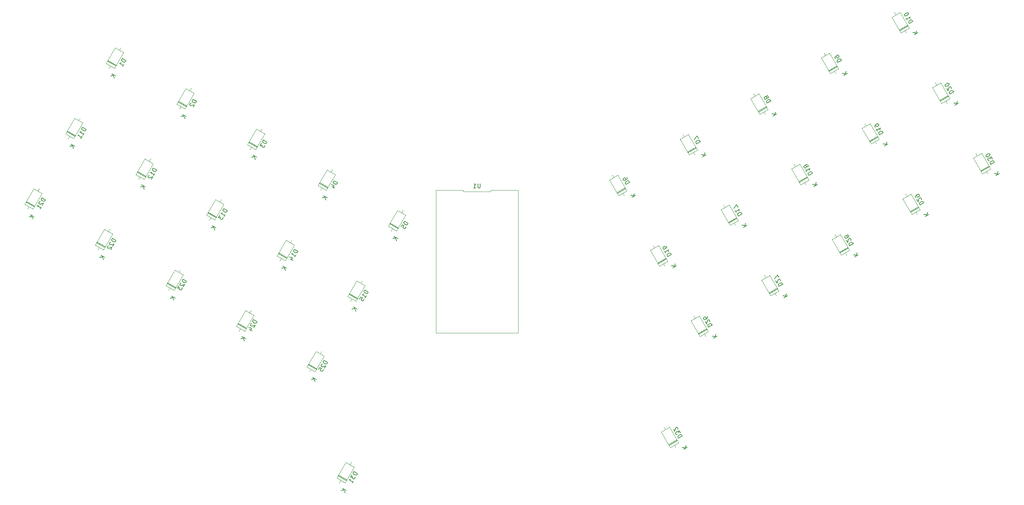
<source format=gbr>
%TF.GenerationSoftware,KiCad,Pcbnew,7.0.8*%
%TF.CreationDate,2023-12-03T22:10:46-05:00*%
%TF.ProjectId,4900_keeb_for_me,34393030-5f6b-4656-9562-5f666f725f6d,rev?*%
%TF.SameCoordinates,Original*%
%TF.FileFunction,Legend,Bot*%
%TF.FilePolarity,Positive*%
%FSLAX46Y46*%
G04 Gerber Fmt 4.6, Leading zero omitted, Abs format (unit mm)*
G04 Created by KiCad (PCBNEW 7.0.8) date 2023-12-03 22:10:46*
%MOMM*%
%LPD*%
G01*
G04 APERTURE LIST*
G04 Aperture macros list*
%AMHorizOval*
0 Thick line with rounded ends*
0 $1 width*
0 $2 $3 position (X,Y) of the first rounded end (center of the circle)*
0 $4 $5 position (X,Y) of the second rounded end (center of the circle)*
0 Add line between two ends*
20,1,$1,$2,$3,$4,$5,0*
0 Add two circle primitives to create the rounded ends*
1,1,$1,$2,$3*
1,1,$1,$4,$5*%
%AMRotRect*
0 Rectangle, with rotation*
0 The origin of the aperture is its center*
0 $1 length*
0 $2 width*
0 $3 Rotation angle, in degrees counterclockwise*
0 Add horizontal line*
21,1,$1,$2,0,0,$3*%
G04 Aperture macros list end*
%ADD10C,0.150000*%
%ADD11C,0.120000*%
%ADD12C,2.300000*%
%ADD13C,1.750000*%
%ADD14C,3.987800*%
%ADD15C,4.000000*%
%ADD16RotRect,1.600000X1.600000X60.000000*%
%ADD17HorizOval,1.600000X0.000000X0.000000X0.000000X0.000000X0*%
%ADD18RotRect,1.600000X1.600000X120.000000*%
%ADD19HorizOval,1.600000X0.000000X0.000000X0.000000X0.000000X0*%
%ADD20O,3.000000X2.000000*%
G04 APERTURE END LIST*
D10*
X47923948Y-83190026D02*
X47057923Y-82690026D01*
X47057923Y-82690026D02*
X46938875Y-82896222D01*
X46938875Y-82896222D02*
X46908686Y-83043750D01*
X46908686Y-83043750D02*
X46943546Y-83173847D01*
X46943546Y-83173847D02*
X47002215Y-83262706D01*
X47002215Y-83262706D02*
X47143362Y-83399183D01*
X47143362Y-83399183D02*
X47267080Y-83470612D01*
X47267080Y-83470612D02*
X47455847Y-83524610D01*
X47455847Y-83524610D02*
X47562135Y-83530990D01*
X47562135Y-83530990D02*
X47692233Y-83496131D01*
X47692233Y-83496131D02*
X47804901Y-83396222D01*
X47804901Y-83396222D02*
X47923948Y-83190026D01*
X46664211Y-83562431D02*
X46599162Y-83579861D01*
X46599162Y-83579861D02*
X46510304Y-83638530D01*
X46510304Y-83638530D02*
X46391256Y-83844726D01*
X46391256Y-83844726D02*
X46384876Y-83951014D01*
X46384876Y-83951014D02*
X46402306Y-84016063D01*
X46402306Y-84016063D02*
X46460975Y-84104922D01*
X46460975Y-84104922D02*
X46543454Y-84152541D01*
X46543454Y-84152541D02*
X46690981Y-84182730D01*
X46690981Y-84182730D02*
X47471567Y-83973573D01*
X47471567Y-83973573D02*
X47162043Y-84509683D01*
X46685853Y-85334470D02*
X46971567Y-84839598D01*
X46828710Y-85087034D02*
X45962685Y-84587034D01*
X45962685Y-84587034D02*
X46134022Y-84575984D01*
X46134022Y-84575984D02*
X46264119Y-84541124D01*
X46264119Y-84541124D02*
X46352978Y-84482455D01*
X45265630Y-87154369D02*
X44399604Y-86654369D01*
X44979915Y-87649241D02*
X44699329Y-86992372D01*
X44113890Y-87149241D02*
X44894476Y-86940083D01*
X193427684Y-96501073D02*
X194293709Y-96001073D01*
X194293709Y-96001073D02*
X194174661Y-95794877D01*
X194174661Y-95794877D02*
X194061993Y-95694968D01*
X194061993Y-95694968D02*
X193931896Y-95660109D01*
X193931896Y-95660109D02*
X193825608Y-95666489D01*
X193825608Y-95666489D02*
X193636841Y-95720487D01*
X193636841Y-95720487D02*
X193513123Y-95791916D01*
X193513123Y-95791916D02*
X193371975Y-95928393D01*
X193371975Y-95928393D02*
X193313306Y-96017252D01*
X193313306Y-96017252D02*
X193278447Y-96147349D01*
X193278447Y-96147349D02*
X193308636Y-96294877D01*
X193308636Y-96294877D02*
X193427684Y-96501073D01*
X192665779Y-95181416D02*
X192951493Y-95676287D01*
X192808636Y-95428851D02*
X193674661Y-94928851D01*
X193674661Y-94928851D02*
X193598562Y-95082759D01*
X193598562Y-95082759D02*
X193563703Y-95212856D01*
X193563703Y-95212856D02*
X193570083Y-95319144D01*
X193103233Y-93939108D02*
X193198471Y-94104065D01*
X193198471Y-94104065D02*
X193204851Y-94210353D01*
X193204851Y-94210353D02*
X193187421Y-94275402D01*
X193187421Y-94275402D02*
X193111322Y-94429309D01*
X193111322Y-94429309D02*
X192970174Y-94565787D01*
X192970174Y-94565787D02*
X192640260Y-94756263D01*
X192640260Y-94756263D02*
X192533972Y-94762643D01*
X192533972Y-94762643D02*
X192468923Y-94745213D01*
X192468923Y-94745213D02*
X192380064Y-94686544D01*
X192380064Y-94686544D02*
X192284826Y-94521587D01*
X192284826Y-94521587D02*
X192278447Y-94415299D01*
X192278447Y-94415299D02*
X192295876Y-94350250D01*
X192295876Y-94350250D02*
X192354545Y-94261391D01*
X192354545Y-94261391D02*
X192560742Y-94142344D01*
X192560742Y-94142344D02*
X192667030Y-94135964D01*
X192667030Y-94135964D02*
X192732079Y-94153394D01*
X192732079Y-94153394D02*
X192820937Y-94212063D01*
X192820937Y-94212063D02*
X192916175Y-94377020D01*
X192916175Y-94377020D02*
X192922555Y-94483308D01*
X192922555Y-94483308D02*
X192905125Y-94548357D01*
X192905125Y-94548357D02*
X192846456Y-94637215D01*
X194579365Y-99135844D02*
X195445390Y-98635844D01*
X194293651Y-98640973D02*
X195002808Y-98726412D01*
X195159676Y-98140973D02*
X194950519Y-98921558D01*
X200162371Y-70066380D02*
X201028396Y-69566380D01*
X201028396Y-69566380D02*
X200909349Y-69360183D01*
X200909349Y-69360183D02*
X200796681Y-69260275D01*
X200796681Y-69260275D02*
X200666583Y-69225415D01*
X200666583Y-69225415D02*
X200560295Y-69231795D01*
X200560295Y-69231795D02*
X200371528Y-69285794D01*
X200371528Y-69285794D02*
X200247810Y-69357222D01*
X200247810Y-69357222D02*
X200106663Y-69493700D01*
X200106663Y-69493700D02*
X200047994Y-69582558D01*
X200047994Y-69582558D02*
X200013134Y-69712656D01*
X200013134Y-69712656D02*
X200043323Y-69860183D01*
X200043323Y-69860183D02*
X200162371Y-70066380D01*
X200576015Y-68782833D02*
X200242682Y-68205483D01*
X200242682Y-68205483D02*
X199590942Y-69076637D01*
X201552148Y-73113544D02*
X202418173Y-72613544D01*
X201266434Y-72618673D02*
X201975591Y-72704112D01*
X202132459Y-72118673D02*
X201923302Y-72899258D01*
X57448948Y-66692726D02*
X56582923Y-66192726D01*
X56582923Y-66192726D02*
X56463875Y-66398922D01*
X56463875Y-66398922D02*
X56433686Y-66546450D01*
X56433686Y-66546450D02*
X56468546Y-66676547D01*
X56468546Y-66676547D02*
X56527215Y-66765406D01*
X56527215Y-66765406D02*
X56668362Y-66901883D01*
X56668362Y-66901883D02*
X56792080Y-66973312D01*
X56792080Y-66973312D02*
X56980847Y-67027310D01*
X56980847Y-67027310D02*
X57087135Y-67033690D01*
X57087135Y-67033690D02*
X57217233Y-66998831D01*
X57217233Y-66998831D02*
X57329901Y-66898922D01*
X57329901Y-66898922D02*
X57448948Y-66692726D01*
X56687043Y-68012383D02*
X56972758Y-67517512D01*
X56829901Y-67764948D02*
X55963875Y-67264948D01*
X55963875Y-67264948D02*
X56135212Y-67253898D01*
X56135212Y-67253898D02*
X56265310Y-67219038D01*
X56265310Y-67219038D02*
X56354168Y-67160369D01*
X56210853Y-68837170D02*
X56496567Y-68342298D01*
X56353710Y-68589734D02*
X55487685Y-68089734D01*
X55487685Y-68089734D02*
X55659022Y-68078684D01*
X55659022Y-68078684D02*
X55789119Y-68043824D01*
X55789119Y-68043824D02*
X55877978Y-67985155D01*
X54790630Y-70657069D02*
X53924604Y-70157069D01*
X54504915Y-71151941D02*
X54224329Y-70495072D01*
X53638890Y-70651941D02*
X54419476Y-70442783D01*
X123440084Y-104792726D02*
X122574059Y-104292726D01*
X122574059Y-104292726D02*
X122455011Y-104498922D01*
X122455011Y-104498922D02*
X122424822Y-104646450D01*
X122424822Y-104646450D02*
X122459682Y-104776547D01*
X122459682Y-104776547D02*
X122518351Y-104865406D01*
X122518351Y-104865406D02*
X122659498Y-105001883D01*
X122659498Y-105001883D02*
X122783216Y-105073312D01*
X122783216Y-105073312D02*
X122971983Y-105127310D01*
X122971983Y-105127310D02*
X123078271Y-105133690D01*
X123078271Y-105133690D02*
X123208369Y-105098831D01*
X123208369Y-105098831D02*
X123321037Y-104998922D01*
X123321037Y-104998922D02*
X123440084Y-104792726D01*
X122678179Y-106112383D02*
X122963894Y-105617512D01*
X122821037Y-105864948D02*
X121955011Y-105364948D01*
X121955011Y-105364948D02*
X122126348Y-105353898D01*
X122126348Y-105353898D02*
X122256446Y-105319038D01*
X122256446Y-105319038D02*
X122345304Y-105260369D01*
X121359773Y-106395930D02*
X121597868Y-105983537D01*
X121597868Y-105983537D02*
X122034071Y-106180393D01*
X122034071Y-106180393D02*
X121969022Y-106197823D01*
X121969022Y-106197823D02*
X121880164Y-106256492D01*
X121880164Y-106256492D02*
X121761116Y-106462689D01*
X121761116Y-106462689D02*
X121754736Y-106568977D01*
X121754736Y-106568977D02*
X121772166Y-106634026D01*
X121772166Y-106634026D02*
X121830835Y-106722884D01*
X121830835Y-106722884D02*
X122037032Y-106841932D01*
X122037032Y-106841932D02*
X122143320Y-106848311D01*
X122143320Y-106848311D02*
X122208369Y-106830881D01*
X122208369Y-106830881D02*
X122297227Y-106772212D01*
X122297227Y-106772212D02*
X122416275Y-106566016D01*
X122416275Y-106566016D02*
X122422654Y-106459728D01*
X122422654Y-106459728D02*
X122405225Y-106394679D01*
X120781766Y-108757069D02*
X119915740Y-108257069D01*
X120496051Y-109251941D02*
X120215465Y-108595072D01*
X119630026Y-108751941D02*
X120410612Y-108542783D01*
X226423252Y-77451073D02*
X227289277Y-76951073D01*
X227289277Y-76951073D02*
X227170229Y-76744877D01*
X227170229Y-76744877D02*
X227057561Y-76644968D01*
X227057561Y-76644968D02*
X226927464Y-76610109D01*
X226927464Y-76610109D02*
X226821176Y-76616489D01*
X226821176Y-76616489D02*
X226632409Y-76670487D01*
X226632409Y-76670487D02*
X226508691Y-76741916D01*
X226508691Y-76741916D02*
X226367543Y-76878393D01*
X226367543Y-76878393D02*
X226308874Y-76967252D01*
X226308874Y-76967252D02*
X226274015Y-77097349D01*
X226274015Y-77097349D02*
X226304204Y-77244877D01*
X226304204Y-77244877D02*
X226423252Y-77451073D01*
X225661347Y-76131416D02*
X225947061Y-76626287D01*
X225804204Y-76378851D02*
X226670229Y-75878851D01*
X226670229Y-75878851D02*
X226594130Y-76032759D01*
X226594130Y-76032759D02*
X226559271Y-76162856D01*
X226559271Y-76162856D02*
X226565651Y-76269144D01*
X225870504Y-75350830D02*
X225959362Y-75409499D01*
X225959362Y-75409499D02*
X226024411Y-75426928D01*
X226024411Y-75426928D02*
X226130699Y-75420549D01*
X226130699Y-75420549D02*
X226171939Y-75396739D01*
X226171939Y-75396739D02*
X226230608Y-75307881D01*
X226230608Y-75307881D02*
X226248038Y-75242832D01*
X226248038Y-75242832D02*
X226241658Y-75136544D01*
X226241658Y-75136544D02*
X226146420Y-74971587D01*
X226146420Y-74971587D02*
X226057561Y-74912918D01*
X226057561Y-74912918D02*
X225992513Y-74895488D01*
X225992513Y-74895488D02*
X225886224Y-74901868D01*
X225886224Y-74901868D02*
X225844985Y-74925677D01*
X225844985Y-74925677D02*
X225786316Y-75014535D01*
X225786316Y-75014535D02*
X225768886Y-75079584D01*
X225768886Y-75079584D02*
X225775266Y-75185872D01*
X225775266Y-75185872D02*
X225870504Y-75350830D01*
X225870504Y-75350830D02*
X225876884Y-75457118D01*
X225876884Y-75457118D02*
X225859454Y-75522167D01*
X225859454Y-75522167D02*
X225800785Y-75611025D01*
X225800785Y-75611025D02*
X225635828Y-75706263D01*
X225635828Y-75706263D02*
X225529540Y-75712643D01*
X225529540Y-75712643D02*
X225464491Y-75695213D01*
X225464491Y-75695213D02*
X225375632Y-75636544D01*
X225375632Y-75636544D02*
X225280394Y-75471587D01*
X225280394Y-75471587D02*
X225274015Y-75365299D01*
X225274015Y-75365299D02*
X225291444Y-75300250D01*
X225291444Y-75300250D02*
X225350113Y-75211391D01*
X225350113Y-75211391D02*
X225515071Y-75116153D01*
X225515071Y-75116153D02*
X225621359Y-75109774D01*
X225621359Y-75109774D02*
X225686408Y-75127203D01*
X225686408Y-75127203D02*
X225775266Y-75185872D01*
X227574933Y-80085844D02*
X228440958Y-79585844D01*
X227289219Y-79590973D02*
X227998376Y-79676412D01*
X228155244Y-79090973D02*
X227946087Y-79871558D01*
X209925468Y-86976073D02*
X210791493Y-86476073D01*
X210791493Y-86476073D02*
X210672445Y-86269877D01*
X210672445Y-86269877D02*
X210559777Y-86169968D01*
X210559777Y-86169968D02*
X210429680Y-86135109D01*
X210429680Y-86135109D02*
X210323392Y-86141489D01*
X210323392Y-86141489D02*
X210134625Y-86195487D01*
X210134625Y-86195487D02*
X210010907Y-86266916D01*
X210010907Y-86266916D02*
X209869759Y-86403393D01*
X209869759Y-86403393D02*
X209811090Y-86492252D01*
X209811090Y-86492252D02*
X209776231Y-86622349D01*
X209776231Y-86622349D02*
X209806420Y-86769877D01*
X209806420Y-86769877D02*
X209925468Y-86976073D01*
X209163563Y-85656416D02*
X209449277Y-86151287D01*
X209306420Y-85903851D02*
X210172445Y-85403851D01*
X210172445Y-85403851D02*
X210096346Y-85557759D01*
X210096346Y-85557759D02*
X210061487Y-85687856D01*
X210061487Y-85687856D02*
X210067867Y-85794144D01*
X209862921Y-84867740D02*
X209529588Y-84290390D01*
X209529588Y-84290390D02*
X208877848Y-85161544D01*
X211077149Y-89610844D02*
X211943174Y-89110844D01*
X210791435Y-89115973D02*
X211500592Y-89201412D01*
X211657460Y-88615973D02*
X211448303Y-89396558D01*
X235947152Y-93949693D02*
X236813177Y-93449693D01*
X236813177Y-93449693D02*
X236694129Y-93243497D01*
X236694129Y-93243497D02*
X236581461Y-93143588D01*
X236581461Y-93143588D02*
X236451364Y-93108729D01*
X236451364Y-93108729D02*
X236345076Y-93115109D01*
X236345076Y-93115109D02*
X236156309Y-93169107D01*
X236156309Y-93169107D02*
X236032591Y-93240536D01*
X236032591Y-93240536D02*
X235891443Y-93377013D01*
X235891443Y-93377013D02*
X235832774Y-93465872D01*
X235832774Y-93465872D02*
X235797915Y-93595969D01*
X235797915Y-93595969D02*
X235828104Y-93743497D01*
X235828104Y-93743497D02*
X235947152Y-93949693D01*
X236254508Y-92672526D02*
X236271938Y-92607477D01*
X236271938Y-92607477D02*
X236265558Y-92501189D01*
X236265558Y-92501189D02*
X236146510Y-92294993D01*
X236146510Y-92294993D02*
X236057652Y-92236324D01*
X236057652Y-92236324D02*
X235992603Y-92218894D01*
X235992603Y-92218894D02*
X235886315Y-92225274D01*
X235886315Y-92225274D02*
X235803836Y-92272893D01*
X235803836Y-92272893D02*
X235703928Y-92385561D01*
X235703928Y-92385561D02*
X235494771Y-93166147D01*
X235494771Y-93166147D02*
X235185247Y-92630036D01*
X235394404Y-91849450D02*
X235483262Y-91908119D01*
X235483262Y-91908119D02*
X235548311Y-91925548D01*
X235548311Y-91925548D02*
X235654599Y-91919169D01*
X235654599Y-91919169D02*
X235695839Y-91895359D01*
X235695839Y-91895359D02*
X235754508Y-91806501D01*
X235754508Y-91806501D02*
X235771938Y-91741452D01*
X235771938Y-91741452D02*
X235765558Y-91635164D01*
X235765558Y-91635164D02*
X235670320Y-91470207D01*
X235670320Y-91470207D02*
X235581461Y-91411538D01*
X235581461Y-91411538D02*
X235516413Y-91394108D01*
X235516413Y-91394108D02*
X235410124Y-91400488D01*
X235410124Y-91400488D02*
X235368885Y-91424297D01*
X235368885Y-91424297D02*
X235310216Y-91513155D01*
X235310216Y-91513155D02*
X235292786Y-91578204D01*
X235292786Y-91578204D02*
X235299166Y-91684492D01*
X235299166Y-91684492D02*
X235394404Y-91849450D01*
X235394404Y-91849450D02*
X235400784Y-91955738D01*
X235400784Y-91955738D02*
X235383354Y-92020787D01*
X235383354Y-92020787D02*
X235324685Y-92109645D01*
X235324685Y-92109645D02*
X235159728Y-92204883D01*
X235159728Y-92204883D02*
X235053440Y-92211263D01*
X235053440Y-92211263D02*
X234988391Y-92193833D01*
X234988391Y-92193833D02*
X234899532Y-92135164D01*
X234899532Y-92135164D02*
X234804294Y-91970207D01*
X234804294Y-91970207D02*
X234797915Y-91863919D01*
X234797915Y-91863919D02*
X234815344Y-91798870D01*
X234815344Y-91798870D02*
X234874013Y-91710011D01*
X234874013Y-91710011D02*
X235038971Y-91614773D01*
X235038971Y-91614773D02*
X235145259Y-91608394D01*
X235145259Y-91608394D02*
X235210308Y-91625823D01*
X235210308Y-91625823D02*
X235299166Y-91684492D01*
X237098833Y-96584464D02*
X237964858Y-96084464D01*
X236813119Y-96089593D02*
X237522276Y-96175032D01*
X237679144Y-95589593D02*
X237469987Y-96370178D01*
X83234837Y-60132687D02*
X82368811Y-59632687D01*
X82368811Y-59632687D02*
X82249764Y-59838884D01*
X82249764Y-59838884D02*
X82219574Y-59986411D01*
X82219574Y-59986411D02*
X82254434Y-60116509D01*
X82254434Y-60116509D02*
X82313103Y-60205367D01*
X82313103Y-60205367D02*
X82454251Y-60341845D01*
X82454251Y-60341845D02*
X82577969Y-60413273D01*
X82577969Y-60413273D02*
X82766735Y-60467272D01*
X82766735Y-60467272D02*
X82873024Y-60473652D01*
X82873024Y-60473652D02*
X83003121Y-60438792D01*
X83003121Y-60438792D02*
X83115789Y-60338884D01*
X83115789Y-60338884D02*
X83234837Y-60132687D01*
X81975099Y-60505092D02*
X81910051Y-60522522D01*
X81910051Y-60522522D02*
X81821192Y-60581191D01*
X81821192Y-60581191D02*
X81702145Y-60787388D01*
X81702145Y-60787388D02*
X81695765Y-60893676D01*
X81695765Y-60893676D02*
X81713195Y-60958725D01*
X81713195Y-60958725D02*
X81771864Y-61047583D01*
X81771864Y-61047583D02*
X81854342Y-61095202D01*
X81854342Y-61095202D02*
X82001870Y-61125391D01*
X82001870Y-61125391D02*
X82782456Y-60916234D01*
X82782456Y-60916234D02*
X82472932Y-61452345D01*
X80814614Y-63684637D02*
X79948588Y-63184637D01*
X80528899Y-64179509D02*
X80248313Y-63522640D01*
X79662874Y-63679509D02*
X80443460Y-63470351D01*
X66737053Y-50607687D02*
X65871027Y-50107687D01*
X65871027Y-50107687D02*
X65751980Y-50313884D01*
X65751980Y-50313884D02*
X65721790Y-50461411D01*
X65721790Y-50461411D02*
X65756650Y-50591509D01*
X65756650Y-50591509D02*
X65815319Y-50680367D01*
X65815319Y-50680367D02*
X65956467Y-50816845D01*
X65956467Y-50816845D02*
X66080185Y-50888273D01*
X66080185Y-50888273D02*
X66268951Y-50942272D01*
X66268951Y-50942272D02*
X66375240Y-50948652D01*
X66375240Y-50948652D02*
X66505337Y-50913792D01*
X66505337Y-50913792D02*
X66618005Y-50813884D01*
X66618005Y-50813884D02*
X66737053Y-50607687D01*
X65975148Y-51927345D02*
X66260862Y-51432473D01*
X66118005Y-51679909D02*
X65251980Y-51179909D01*
X65251980Y-51179909D02*
X65423317Y-51168859D01*
X65423317Y-51168859D02*
X65553414Y-51134000D01*
X65553414Y-51134000D02*
X65642273Y-51075330D01*
X64316830Y-54159637D02*
X63450804Y-53659637D01*
X64031115Y-54654509D02*
X63750529Y-53997640D01*
X63165090Y-54154509D02*
X63945676Y-53945351D01*
X113915084Y-121290026D02*
X113049059Y-120790026D01*
X113049059Y-120790026D02*
X112930011Y-120996222D01*
X112930011Y-120996222D02*
X112899822Y-121143750D01*
X112899822Y-121143750D02*
X112934682Y-121273847D01*
X112934682Y-121273847D02*
X112993351Y-121362706D01*
X112993351Y-121362706D02*
X113134498Y-121499183D01*
X113134498Y-121499183D02*
X113258216Y-121570612D01*
X113258216Y-121570612D02*
X113446983Y-121624610D01*
X113446983Y-121624610D02*
X113553271Y-121630990D01*
X113553271Y-121630990D02*
X113683369Y-121596131D01*
X113683369Y-121596131D02*
X113796037Y-121496222D01*
X113796037Y-121496222D02*
X113915084Y-121290026D01*
X112655347Y-121662431D02*
X112590298Y-121679861D01*
X112590298Y-121679861D02*
X112501440Y-121738530D01*
X112501440Y-121738530D02*
X112382392Y-121944726D01*
X112382392Y-121944726D02*
X112376012Y-122051014D01*
X112376012Y-122051014D02*
X112393442Y-122116063D01*
X112393442Y-122116063D02*
X112452111Y-122204922D01*
X112452111Y-122204922D02*
X112534590Y-122252541D01*
X112534590Y-122252541D02*
X112682117Y-122282730D01*
X112682117Y-122282730D02*
X113462703Y-122073573D01*
X113462703Y-122073573D02*
X113153179Y-122609683D01*
X111834773Y-122893230D02*
X112072868Y-122480837D01*
X112072868Y-122480837D02*
X112509071Y-122677693D01*
X112509071Y-122677693D02*
X112444022Y-122695123D01*
X112444022Y-122695123D02*
X112355164Y-122753792D01*
X112355164Y-122753792D02*
X112236116Y-122959989D01*
X112236116Y-122959989D02*
X112229736Y-123066277D01*
X112229736Y-123066277D02*
X112247166Y-123131326D01*
X112247166Y-123131326D02*
X112305835Y-123220184D01*
X112305835Y-123220184D02*
X112512032Y-123339232D01*
X112512032Y-123339232D02*
X112618320Y-123345611D01*
X112618320Y-123345611D02*
X112683369Y-123328181D01*
X112683369Y-123328181D02*
X112772227Y-123269512D01*
X112772227Y-123269512D02*
X112891275Y-123063316D01*
X112891275Y-123063316D02*
X112897654Y-122957028D01*
X112897654Y-122957028D02*
X112880225Y-122891979D01*
X111256766Y-125254369D02*
X110390740Y-124754369D01*
X110971051Y-125749241D02*
X110690465Y-125092372D01*
X110105026Y-125249241D02*
X110885612Y-125040083D01*
X242921036Y-67926073D02*
X243787061Y-67426073D01*
X243787061Y-67426073D02*
X243668013Y-67219877D01*
X243668013Y-67219877D02*
X243555345Y-67119968D01*
X243555345Y-67119968D02*
X243425248Y-67085109D01*
X243425248Y-67085109D02*
X243318960Y-67091489D01*
X243318960Y-67091489D02*
X243130193Y-67145487D01*
X243130193Y-67145487D02*
X243006475Y-67216916D01*
X243006475Y-67216916D02*
X242865327Y-67353393D01*
X242865327Y-67353393D02*
X242806658Y-67442252D01*
X242806658Y-67442252D02*
X242771799Y-67572349D01*
X242771799Y-67572349D02*
X242801988Y-67719877D01*
X242801988Y-67719877D02*
X242921036Y-67926073D01*
X242159131Y-66606416D02*
X242444845Y-67101287D01*
X242301988Y-66853851D02*
X243168013Y-66353851D01*
X243168013Y-66353851D02*
X243091914Y-66507759D01*
X243091914Y-66507759D02*
X243057055Y-66637856D01*
X243057055Y-66637856D02*
X243063435Y-66744144D01*
X241921036Y-66194022D02*
X241825797Y-66029065D01*
X241825797Y-66029065D02*
X241819418Y-65922777D01*
X241819418Y-65922777D02*
X241836847Y-65857728D01*
X241836847Y-65857728D02*
X241912946Y-65703821D01*
X241912946Y-65703821D02*
X242054094Y-65567344D01*
X242054094Y-65567344D02*
X242384008Y-65376868D01*
X242384008Y-65376868D02*
X242490297Y-65370488D01*
X242490297Y-65370488D02*
X242555345Y-65387918D01*
X242555345Y-65387918D02*
X242644204Y-65446587D01*
X242644204Y-65446587D02*
X242739442Y-65611544D01*
X242739442Y-65611544D02*
X242745822Y-65717832D01*
X242745822Y-65717832D02*
X242728392Y-65782881D01*
X242728392Y-65782881D02*
X242669723Y-65871739D01*
X242669723Y-65871739D02*
X242463526Y-65990787D01*
X242463526Y-65990787D02*
X242357238Y-65997167D01*
X242357238Y-65997167D02*
X242292189Y-65979737D01*
X242292189Y-65979737D02*
X242203331Y-65921068D01*
X242203331Y-65921068D02*
X242108093Y-65756110D01*
X242108093Y-65756110D02*
X242101713Y-65649822D01*
X242101713Y-65649822D02*
X242119143Y-65584774D01*
X242119143Y-65584774D02*
X242177812Y-65495915D01*
X244072717Y-70560844D02*
X244938742Y-70060844D01*
X243787003Y-70065973D02*
X244496160Y-70151412D01*
X244653028Y-69565973D02*
X244443871Y-70346558D01*
X97417300Y-111765026D02*
X96551275Y-111265026D01*
X96551275Y-111265026D02*
X96432227Y-111471222D01*
X96432227Y-111471222D02*
X96402038Y-111618750D01*
X96402038Y-111618750D02*
X96436898Y-111748847D01*
X96436898Y-111748847D02*
X96495567Y-111837706D01*
X96495567Y-111837706D02*
X96636714Y-111974183D01*
X96636714Y-111974183D02*
X96760432Y-112045612D01*
X96760432Y-112045612D02*
X96949199Y-112099610D01*
X96949199Y-112099610D02*
X97055487Y-112105990D01*
X97055487Y-112105990D02*
X97185585Y-112071131D01*
X97185585Y-112071131D02*
X97298253Y-111971222D01*
X97298253Y-111971222D02*
X97417300Y-111765026D01*
X96157563Y-112137431D02*
X96092514Y-112154861D01*
X96092514Y-112154861D02*
X96003656Y-112213530D01*
X96003656Y-112213530D02*
X95884608Y-112419726D01*
X95884608Y-112419726D02*
X95878228Y-112526014D01*
X95878228Y-112526014D02*
X95895658Y-112591063D01*
X95895658Y-112591063D02*
X95954327Y-112679922D01*
X95954327Y-112679922D02*
X96036806Y-112727541D01*
X96036806Y-112727541D02*
X96184333Y-112757730D01*
X96184333Y-112757730D02*
X96964919Y-112548573D01*
X96964919Y-112548573D02*
X96655395Y-113084683D01*
X95649474Y-113493658D02*
X96226824Y-113826991D01*
X95438607Y-113096985D02*
X96176244Y-113247931D01*
X96176244Y-113247931D02*
X95866720Y-113784042D01*
X94758982Y-115729369D02*
X93892956Y-115229369D01*
X94473267Y-116224241D02*
X94192681Y-115567372D01*
X93607242Y-115724241D02*
X94387828Y-115515083D01*
X120889068Y-147313646D02*
X120023043Y-146813646D01*
X120023043Y-146813646D02*
X119903995Y-147019842D01*
X119903995Y-147019842D02*
X119873806Y-147167370D01*
X119873806Y-147167370D02*
X119908666Y-147297467D01*
X119908666Y-147297467D02*
X119967335Y-147386326D01*
X119967335Y-147386326D02*
X120108482Y-147522803D01*
X120108482Y-147522803D02*
X120232200Y-147594232D01*
X120232200Y-147594232D02*
X120420967Y-147648230D01*
X120420967Y-147648230D02*
X120527255Y-147654610D01*
X120527255Y-147654610D02*
X120657353Y-147619751D01*
X120657353Y-147619751D02*
X120770021Y-147519842D01*
X120770021Y-147519842D02*
X120889068Y-147313646D01*
X119570662Y-147597193D02*
X119261138Y-148133303D01*
X119261138Y-148133303D02*
X119757719Y-148035105D01*
X119757719Y-148035105D02*
X119686291Y-148158822D01*
X119686291Y-148158822D02*
X119679911Y-148265111D01*
X119679911Y-148265111D02*
X119697341Y-148330159D01*
X119697341Y-148330159D02*
X119756010Y-148419018D01*
X119756010Y-148419018D02*
X119962206Y-148538065D01*
X119962206Y-148538065D02*
X120068494Y-148544445D01*
X120068494Y-148544445D02*
X120133543Y-148527015D01*
X120133543Y-148527015D02*
X120222402Y-148468346D01*
X120222402Y-148468346D02*
X120365259Y-148220910D01*
X120365259Y-148220910D02*
X120371638Y-148114622D01*
X120371638Y-148114622D02*
X120354209Y-148049573D01*
X119650973Y-149458090D02*
X119936687Y-148963218D01*
X119793830Y-149210654D02*
X118927805Y-148710654D01*
X118927805Y-148710654D02*
X119099142Y-148699604D01*
X119099142Y-148699604D02*
X119229239Y-148664744D01*
X119229239Y-148664744D02*
X119318098Y-148606075D01*
X118230750Y-151277989D02*
X117364724Y-150777989D01*
X117945035Y-151772861D02*
X117664449Y-151115992D01*
X117079010Y-151272861D02*
X117859596Y-151063703D01*
X64421732Y-92715026D02*
X63555707Y-92215026D01*
X63555707Y-92215026D02*
X63436659Y-92421222D01*
X63436659Y-92421222D02*
X63406470Y-92568750D01*
X63406470Y-92568750D02*
X63441330Y-92698847D01*
X63441330Y-92698847D02*
X63499999Y-92787706D01*
X63499999Y-92787706D02*
X63641146Y-92924183D01*
X63641146Y-92924183D02*
X63764864Y-92995612D01*
X63764864Y-92995612D02*
X63953631Y-93049610D01*
X63953631Y-93049610D02*
X64059919Y-93055990D01*
X64059919Y-93055990D02*
X64190017Y-93021131D01*
X64190017Y-93021131D02*
X64302685Y-92921222D01*
X64302685Y-92921222D02*
X64421732Y-92715026D01*
X63161995Y-93087431D02*
X63096946Y-93104861D01*
X63096946Y-93104861D02*
X63008088Y-93163530D01*
X63008088Y-93163530D02*
X62889040Y-93369726D01*
X62889040Y-93369726D02*
X62882660Y-93476014D01*
X62882660Y-93476014D02*
X62900090Y-93541063D01*
X62900090Y-93541063D02*
X62958759Y-93629922D01*
X62958759Y-93629922D02*
X63041238Y-93677541D01*
X63041238Y-93677541D02*
X63188765Y-93707730D01*
X63188765Y-93707730D02*
X63969351Y-93498573D01*
X63969351Y-93498573D02*
X63659827Y-94034683D01*
X62685804Y-93912217D02*
X62620756Y-93929647D01*
X62620756Y-93929647D02*
X62531897Y-93988316D01*
X62531897Y-93988316D02*
X62412850Y-94194512D01*
X62412850Y-94194512D02*
X62406470Y-94300801D01*
X62406470Y-94300801D02*
X62423900Y-94365849D01*
X62423900Y-94365849D02*
X62482569Y-94454708D01*
X62482569Y-94454708D02*
X62565047Y-94502327D01*
X62565047Y-94502327D02*
X62712575Y-94532516D01*
X62712575Y-94532516D02*
X63493161Y-94323359D01*
X63493161Y-94323359D02*
X63183637Y-94859470D01*
X61763414Y-96679369D02*
X60897388Y-96179369D01*
X61477699Y-97174241D02*
X61197113Y-96517372D01*
X60611674Y-96674241D02*
X61392260Y-96465083D01*
X268942720Y-74899693D02*
X269808745Y-74399693D01*
X269808745Y-74399693D02*
X269689697Y-74193497D01*
X269689697Y-74193497D02*
X269577029Y-74093588D01*
X269577029Y-74093588D02*
X269446932Y-74058729D01*
X269446932Y-74058729D02*
X269340644Y-74065109D01*
X269340644Y-74065109D02*
X269151877Y-74119107D01*
X269151877Y-74119107D02*
X269028159Y-74190536D01*
X269028159Y-74190536D02*
X268887011Y-74327013D01*
X268887011Y-74327013D02*
X268828342Y-74415872D01*
X268828342Y-74415872D02*
X268793483Y-74545969D01*
X268793483Y-74545969D02*
X268823672Y-74693497D01*
X268823672Y-74693497D02*
X268942720Y-74899693D01*
X269356364Y-73616147D02*
X269046840Y-73080036D01*
X269046840Y-73080036D02*
X268883592Y-73559187D01*
X268883592Y-73559187D02*
X268812164Y-73435469D01*
X268812164Y-73435469D02*
X268723305Y-73376800D01*
X268723305Y-73376800D02*
X268658257Y-73359370D01*
X268658257Y-73359370D02*
X268551969Y-73365750D01*
X268551969Y-73365750D02*
X268345772Y-73484797D01*
X268345772Y-73484797D02*
X268287103Y-73573656D01*
X268287103Y-73573656D02*
X268269673Y-73638705D01*
X268269673Y-73638705D02*
X268276053Y-73744993D01*
X268276053Y-73744993D02*
X268418910Y-73992429D01*
X268418910Y-73992429D02*
X268507768Y-74051098D01*
X268507768Y-74051098D02*
X268572817Y-74068527D01*
X268737316Y-72543925D02*
X268689697Y-72461446D01*
X268689697Y-72461446D02*
X268600839Y-72402777D01*
X268600839Y-72402777D02*
X268535790Y-72385347D01*
X268535790Y-72385347D02*
X268429502Y-72391727D01*
X268429502Y-72391727D02*
X268240735Y-72445726D01*
X268240735Y-72445726D02*
X268034539Y-72564773D01*
X268034539Y-72564773D02*
X267893391Y-72701251D01*
X267893391Y-72701251D02*
X267834722Y-72790109D01*
X267834722Y-72790109D02*
X267817292Y-72855158D01*
X267817292Y-72855158D02*
X267823672Y-72961446D01*
X267823672Y-72961446D02*
X267871291Y-73043925D01*
X267871291Y-73043925D02*
X267960149Y-73102594D01*
X267960149Y-73102594D02*
X268025198Y-73120023D01*
X268025198Y-73120023D02*
X268131486Y-73113644D01*
X268131486Y-73113644D02*
X268320253Y-73059645D01*
X268320253Y-73059645D02*
X268526450Y-72940597D01*
X268526450Y-72940597D02*
X268667597Y-72804120D01*
X268667597Y-72804120D02*
X268726266Y-72715262D01*
X268726266Y-72715262D02*
X268743696Y-72650213D01*
X268743696Y-72650213D02*
X268737316Y-72543925D01*
X270094401Y-77534464D02*
X270960426Y-77034464D01*
X269808687Y-77039593D02*
X270517844Y-77125032D01*
X270674712Y-76539593D02*
X270465555Y-77320178D01*
X252444936Y-84424693D02*
X253310961Y-83924693D01*
X253310961Y-83924693D02*
X253191913Y-83718497D01*
X253191913Y-83718497D02*
X253079245Y-83618588D01*
X253079245Y-83618588D02*
X252949148Y-83583729D01*
X252949148Y-83583729D02*
X252842860Y-83590109D01*
X252842860Y-83590109D02*
X252654093Y-83644107D01*
X252654093Y-83644107D02*
X252530375Y-83715536D01*
X252530375Y-83715536D02*
X252389227Y-83852013D01*
X252389227Y-83852013D02*
X252330558Y-83940872D01*
X252330558Y-83940872D02*
X252295699Y-84070969D01*
X252295699Y-84070969D02*
X252325888Y-84218497D01*
X252325888Y-84218497D02*
X252444936Y-84424693D01*
X252752292Y-83147526D02*
X252769722Y-83082477D01*
X252769722Y-83082477D02*
X252763342Y-82976189D01*
X252763342Y-82976189D02*
X252644294Y-82769993D01*
X252644294Y-82769993D02*
X252555436Y-82711324D01*
X252555436Y-82711324D02*
X252490387Y-82693894D01*
X252490387Y-82693894D02*
X252384099Y-82700274D01*
X252384099Y-82700274D02*
X252301620Y-82747893D01*
X252301620Y-82747893D02*
X252201712Y-82860561D01*
X252201712Y-82860561D02*
X251992555Y-83641147D01*
X251992555Y-83641147D02*
X251683031Y-83105036D01*
X251444936Y-82692642D02*
X251349697Y-82527685D01*
X251349697Y-82527685D02*
X251343318Y-82421397D01*
X251343318Y-82421397D02*
X251360747Y-82356348D01*
X251360747Y-82356348D02*
X251436846Y-82202441D01*
X251436846Y-82202441D02*
X251577994Y-82065964D01*
X251577994Y-82065964D02*
X251907908Y-81875488D01*
X251907908Y-81875488D02*
X252014197Y-81869108D01*
X252014197Y-81869108D02*
X252079245Y-81886538D01*
X252079245Y-81886538D02*
X252168104Y-81945207D01*
X252168104Y-81945207D02*
X252263342Y-82110164D01*
X252263342Y-82110164D02*
X252269722Y-82216452D01*
X252269722Y-82216452D02*
X252252292Y-82281501D01*
X252252292Y-82281501D02*
X252193623Y-82370359D01*
X252193623Y-82370359D02*
X251987426Y-82489407D01*
X251987426Y-82489407D02*
X251881138Y-82495787D01*
X251881138Y-82495787D02*
X251816089Y-82478357D01*
X251816089Y-82478357D02*
X251727231Y-82419688D01*
X251727231Y-82419688D02*
X251631993Y-82254730D01*
X251631993Y-82254730D02*
X251625613Y-82148442D01*
X251625613Y-82148442D02*
X251643043Y-82083394D01*
X251643043Y-82083394D02*
X251701712Y-81994535D01*
X253596617Y-87059464D02*
X254462642Y-86559464D01*
X253310903Y-86564593D02*
X254020060Y-86650032D01*
X254176928Y-86064593D02*
X253967771Y-86845178D01*
X99732621Y-69657687D02*
X98866595Y-69157687D01*
X98866595Y-69157687D02*
X98747548Y-69363884D01*
X98747548Y-69363884D02*
X98717358Y-69511411D01*
X98717358Y-69511411D02*
X98752218Y-69641509D01*
X98752218Y-69641509D02*
X98810887Y-69730367D01*
X98810887Y-69730367D02*
X98952035Y-69866845D01*
X98952035Y-69866845D02*
X99075753Y-69938273D01*
X99075753Y-69938273D02*
X99264519Y-69992272D01*
X99264519Y-69992272D02*
X99370808Y-69998652D01*
X99370808Y-69998652D02*
X99500905Y-69963792D01*
X99500905Y-69963792D02*
X99613573Y-69863884D01*
X99613573Y-69863884D02*
X99732621Y-69657687D01*
X98414214Y-69941234D02*
X98104691Y-70477345D01*
X98104691Y-70477345D02*
X98601272Y-70379146D01*
X98601272Y-70379146D02*
X98529843Y-70502864D01*
X98529843Y-70502864D02*
X98523463Y-70609152D01*
X98523463Y-70609152D02*
X98540893Y-70674201D01*
X98540893Y-70674201D02*
X98599562Y-70763059D01*
X98599562Y-70763059D02*
X98805759Y-70882107D01*
X98805759Y-70882107D02*
X98912047Y-70888487D01*
X98912047Y-70888487D02*
X98977096Y-70871057D01*
X98977096Y-70871057D02*
X99065954Y-70812388D01*
X99065954Y-70812388D02*
X99208811Y-70564952D01*
X99208811Y-70564952D02*
X99215191Y-70458664D01*
X99215191Y-70458664D02*
X99197761Y-70393615D01*
X97312398Y-73209637D02*
X96446372Y-72709637D01*
X97026683Y-73704509D02*
X96746097Y-73047640D01*
X96160658Y-73204509D02*
X96941244Y-72995351D01*
X149586854Y-79374819D02*
X149586854Y-80184342D01*
X149586854Y-80184342D02*
X149539235Y-80279580D01*
X149539235Y-80279580D02*
X149491616Y-80327200D01*
X149491616Y-80327200D02*
X149396378Y-80374819D01*
X149396378Y-80374819D02*
X149205902Y-80374819D01*
X149205902Y-80374819D02*
X149110664Y-80327200D01*
X149110664Y-80327200D02*
X149063045Y-80279580D01*
X149063045Y-80279580D02*
X149015426Y-80184342D01*
X149015426Y-80184342D02*
X149015426Y-79374819D01*
X148015426Y-80374819D02*
X148586854Y-80374819D01*
X148301140Y-80374819D02*
X148301140Y-79374819D01*
X148301140Y-79374819D02*
X148396378Y-79517676D01*
X148396378Y-79517676D02*
X148491616Y-79612914D01*
X148491616Y-79612914D02*
X148586854Y-79660533D01*
X132728189Y-88707687D02*
X131862163Y-88207687D01*
X131862163Y-88207687D02*
X131743116Y-88413884D01*
X131743116Y-88413884D02*
X131712926Y-88561411D01*
X131712926Y-88561411D02*
X131747786Y-88691509D01*
X131747786Y-88691509D02*
X131806455Y-88780367D01*
X131806455Y-88780367D02*
X131947603Y-88916845D01*
X131947603Y-88916845D02*
X132071321Y-88988273D01*
X132071321Y-88988273D02*
X132260087Y-89042272D01*
X132260087Y-89042272D02*
X132366376Y-89048652D01*
X132366376Y-89048652D02*
X132496473Y-89013792D01*
X132496473Y-89013792D02*
X132609141Y-88913884D01*
X132609141Y-88913884D02*
X132728189Y-88707687D01*
X131124068Y-89486106D02*
X131362163Y-89073713D01*
X131362163Y-89073713D02*
X131798366Y-89270569D01*
X131798366Y-89270569D02*
X131733317Y-89287998D01*
X131733317Y-89287998D02*
X131644459Y-89346667D01*
X131644459Y-89346667D02*
X131525411Y-89552864D01*
X131525411Y-89552864D02*
X131519031Y-89659152D01*
X131519031Y-89659152D02*
X131536461Y-89724201D01*
X131536461Y-89724201D02*
X131595130Y-89813059D01*
X131595130Y-89813059D02*
X131801327Y-89932107D01*
X131801327Y-89932107D02*
X131907615Y-89938487D01*
X131907615Y-89938487D02*
X131972664Y-89921057D01*
X131972664Y-89921057D02*
X132061522Y-89862388D01*
X132061522Y-89862388D02*
X132180570Y-89656191D01*
X132180570Y-89656191D02*
X132186949Y-89549903D01*
X132186949Y-89549903D02*
X132169520Y-89484854D01*
X130307966Y-92259637D02*
X129441940Y-91759637D01*
X130022251Y-92754509D02*
X129741665Y-92097640D01*
X129156226Y-92254509D02*
X129936812Y-92045351D01*
X219449368Y-103474693D02*
X220315393Y-102974693D01*
X220315393Y-102974693D02*
X220196345Y-102768497D01*
X220196345Y-102768497D02*
X220083677Y-102668588D01*
X220083677Y-102668588D02*
X219953580Y-102633729D01*
X219953580Y-102633729D02*
X219847292Y-102640109D01*
X219847292Y-102640109D02*
X219658525Y-102694107D01*
X219658525Y-102694107D02*
X219534807Y-102765536D01*
X219534807Y-102765536D02*
X219393659Y-102902013D01*
X219393659Y-102902013D02*
X219334990Y-102990872D01*
X219334990Y-102990872D02*
X219300131Y-103120969D01*
X219300131Y-103120969D02*
X219330320Y-103268497D01*
X219330320Y-103268497D02*
X219449368Y-103474693D01*
X219756724Y-102197526D02*
X219774154Y-102132477D01*
X219774154Y-102132477D02*
X219767774Y-102026189D01*
X219767774Y-102026189D02*
X219648726Y-101819993D01*
X219648726Y-101819993D02*
X219559868Y-101761324D01*
X219559868Y-101761324D02*
X219494819Y-101743894D01*
X219494819Y-101743894D02*
X219388531Y-101750274D01*
X219388531Y-101750274D02*
X219306052Y-101797893D01*
X219306052Y-101797893D02*
X219206144Y-101910561D01*
X219206144Y-101910561D02*
X218996987Y-102691147D01*
X218996987Y-102691147D02*
X218687463Y-102155036D01*
X219386821Y-101366360D02*
X219053488Y-100789010D01*
X219053488Y-100789010D02*
X218401748Y-101660164D01*
X220601049Y-106109464D02*
X221467074Y-105609464D01*
X220315335Y-105614593D02*
X221024492Y-105700032D01*
X221181360Y-105114593D02*
X220972203Y-105895178D01*
X90444516Y-85742726D02*
X89578491Y-85242726D01*
X89578491Y-85242726D02*
X89459443Y-85448922D01*
X89459443Y-85448922D02*
X89429254Y-85596450D01*
X89429254Y-85596450D02*
X89464114Y-85726547D01*
X89464114Y-85726547D02*
X89522783Y-85815406D01*
X89522783Y-85815406D02*
X89663930Y-85951883D01*
X89663930Y-85951883D02*
X89787648Y-86023312D01*
X89787648Y-86023312D02*
X89976415Y-86077310D01*
X89976415Y-86077310D02*
X90082703Y-86083690D01*
X90082703Y-86083690D02*
X90212801Y-86048831D01*
X90212801Y-86048831D02*
X90325469Y-85948922D01*
X90325469Y-85948922D02*
X90444516Y-85742726D01*
X89682611Y-87062383D02*
X89968326Y-86567512D01*
X89825469Y-86814948D02*
X88959443Y-86314948D01*
X88959443Y-86314948D02*
X89130780Y-86303898D01*
X89130780Y-86303898D02*
X89260878Y-86269038D01*
X89260878Y-86269038D02*
X89349736Y-86210369D01*
X88649919Y-86851059D02*
X88340396Y-87387170D01*
X88340396Y-87387170D02*
X88836977Y-87288971D01*
X88836977Y-87288971D02*
X88765548Y-87412689D01*
X88765548Y-87412689D02*
X88759168Y-87518977D01*
X88759168Y-87518977D02*
X88776598Y-87584026D01*
X88776598Y-87584026D02*
X88835267Y-87672884D01*
X88835267Y-87672884D02*
X89041464Y-87791932D01*
X89041464Y-87791932D02*
X89147752Y-87798311D01*
X89147752Y-87798311D02*
X89212801Y-87780881D01*
X89212801Y-87780881D02*
X89301659Y-87722212D01*
X89301659Y-87722212D02*
X89444516Y-87474777D01*
X89444516Y-87474777D02*
X89450896Y-87368488D01*
X89450896Y-87368488D02*
X89433466Y-87303440D01*
X87786198Y-89707069D02*
X86920172Y-89207069D01*
X87500483Y-90201941D02*
X87219897Y-89545072D01*
X86634458Y-89701941D02*
X87415044Y-89492783D01*
X80919516Y-102240026D02*
X80053491Y-101740026D01*
X80053491Y-101740026D02*
X79934443Y-101946222D01*
X79934443Y-101946222D02*
X79904254Y-102093750D01*
X79904254Y-102093750D02*
X79939114Y-102223847D01*
X79939114Y-102223847D02*
X79997783Y-102312706D01*
X79997783Y-102312706D02*
X80138930Y-102449183D01*
X80138930Y-102449183D02*
X80262648Y-102520612D01*
X80262648Y-102520612D02*
X80451415Y-102574610D01*
X80451415Y-102574610D02*
X80557703Y-102580990D01*
X80557703Y-102580990D02*
X80687801Y-102546131D01*
X80687801Y-102546131D02*
X80800469Y-102446222D01*
X80800469Y-102446222D02*
X80919516Y-102240026D01*
X79659779Y-102612431D02*
X79594730Y-102629861D01*
X79594730Y-102629861D02*
X79505872Y-102688530D01*
X79505872Y-102688530D02*
X79386824Y-102894726D01*
X79386824Y-102894726D02*
X79380444Y-103001014D01*
X79380444Y-103001014D02*
X79397874Y-103066063D01*
X79397874Y-103066063D02*
X79456543Y-103154922D01*
X79456543Y-103154922D02*
X79539022Y-103202541D01*
X79539022Y-103202541D02*
X79686549Y-103232730D01*
X79686549Y-103232730D02*
X80467135Y-103023573D01*
X80467135Y-103023573D02*
X80157611Y-103559683D01*
X79124919Y-103348359D02*
X78815396Y-103884470D01*
X78815396Y-103884470D02*
X79311977Y-103786271D01*
X79311977Y-103786271D02*
X79240548Y-103909989D01*
X79240548Y-103909989D02*
X79234168Y-104016277D01*
X79234168Y-104016277D02*
X79251598Y-104081326D01*
X79251598Y-104081326D02*
X79310267Y-104170184D01*
X79310267Y-104170184D02*
X79516464Y-104289232D01*
X79516464Y-104289232D02*
X79622752Y-104295611D01*
X79622752Y-104295611D02*
X79687801Y-104278181D01*
X79687801Y-104278181D02*
X79776659Y-104219512D01*
X79776659Y-104219512D02*
X79919516Y-103972077D01*
X79919516Y-103972077D02*
X79925896Y-103865788D01*
X79925896Y-103865788D02*
X79908466Y-103800740D01*
X78261198Y-106204369D02*
X77395172Y-105704369D01*
X77975483Y-106699241D02*
X77694897Y-106042372D01*
X77109458Y-106199241D02*
X77890044Y-105990083D01*
X202951584Y-112999693D02*
X203817609Y-112499693D01*
X203817609Y-112499693D02*
X203698561Y-112293497D01*
X203698561Y-112293497D02*
X203585893Y-112193588D01*
X203585893Y-112193588D02*
X203455796Y-112158729D01*
X203455796Y-112158729D02*
X203349508Y-112165109D01*
X203349508Y-112165109D02*
X203160741Y-112219107D01*
X203160741Y-112219107D02*
X203037023Y-112290536D01*
X203037023Y-112290536D02*
X202895875Y-112427013D01*
X202895875Y-112427013D02*
X202837206Y-112515872D01*
X202837206Y-112515872D02*
X202802347Y-112645969D01*
X202802347Y-112645969D02*
X202832536Y-112793497D01*
X202832536Y-112793497D02*
X202951584Y-112999693D01*
X203258940Y-111722526D02*
X203276370Y-111657477D01*
X203276370Y-111657477D02*
X203269990Y-111551189D01*
X203269990Y-111551189D02*
X203150942Y-111344993D01*
X203150942Y-111344993D02*
X203062084Y-111286324D01*
X203062084Y-111286324D02*
X202997035Y-111268894D01*
X202997035Y-111268894D02*
X202890747Y-111275274D01*
X202890747Y-111275274D02*
X202808268Y-111322893D01*
X202808268Y-111322893D02*
X202708360Y-111435561D01*
X202708360Y-111435561D02*
X202499203Y-112216147D01*
X202499203Y-112216147D02*
X202189679Y-111680036D01*
X202627133Y-110437728D02*
X202722371Y-110602685D01*
X202722371Y-110602685D02*
X202728751Y-110708973D01*
X202728751Y-110708973D02*
X202711321Y-110774022D01*
X202711321Y-110774022D02*
X202635222Y-110927929D01*
X202635222Y-110927929D02*
X202494074Y-111064407D01*
X202494074Y-111064407D02*
X202164160Y-111254883D01*
X202164160Y-111254883D02*
X202057872Y-111261263D01*
X202057872Y-111261263D02*
X201992823Y-111243833D01*
X201992823Y-111243833D02*
X201903964Y-111185164D01*
X201903964Y-111185164D02*
X201808726Y-111020207D01*
X201808726Y-111020207D02*
X201802347Y-110913919D01*
X201802347Y-110913919D02*
X201819776Y-110848870D01*
X201819776Y-110848870D02*
X201878445Y-110760011D01*
X201878445Y-110760011D02*
X202084642Y-110640964D01*
X202084642Y-110640964D02*
X202190930Y-110634584D01*
X202190930Y-110634584D02*
X202255979Y-110652014D01*
X202255979Y-110652014D02*
X202344837Y-110710683D01*
X202344837Y-110710683D02*
X202440075Y-110875640D01*
X202440075Y-110875640D02*
X202446455Y-110981928D01*
X202446455Y-110981928D02*
X202429025Y-111046977D01*
X202429025Y-111046977D02*
X202370356Y-111135835D01*
X204103265Y-115634464D02*
X204969290Y-115134464D01*
X203817551Y-115139593D02*
X204526708Y-115225032D01*
X204683576Y-114639593D02*
X204474419Y-115420178D01*
X259418820Y-58401073D02*
X260284845Y-57901073D01*
X260284845Y-57901073D02*
X260165797Y-57694877D01*
X260165797Y-57694877D02*
X260053129Y-57594968D01*
X260053129Y-57594968D02*
X259923032Y-57560109D01*
X259923032Y-57560109D02*
X259816744Y-57566489D01*
X259816744Y-57566489D02*
X259627977Y-57620487D01*
X259627977Y-57620487D02*
X259504259Y-57691916D01*
X259504259Y-57691916D02*
X259363111Y-57828393D01*
X259363111Y-57828393D02*
X259304442Y-57917252D01*
X259304442Y-57917252D02*
X259269583Y-58047349D01*
X259269583Y-58047349D02*
X259299772Y-58194877D01*
X259299772Y-58194877D02*
X259418820Y-58401073D01*
X259726176Y-57123906D02*
X259743606Y-57058857D01*
X259743606Y-57058857D02*
X259737226Y-56952569D01*
X259737226Y-56952569D02*
X259618178Y-56746373D01*
X259618178Y-56746373D02*
X259529320Y-56687704D01*
X259529320Y-56687704D02*
X259464271Y-56670274D01*
X259464271Y-56670274D02*
X259357983Y-56676654D01*
X259357983Y-56676654D02*
X259275504Y-56724273D01*
X259275504Y-56724273D02*
X259175596Y-56836941D01*
X259175596Y-56836941D02*
X258966439Y-57617527D01*
X258966439Y-57617527D02*
X258656915Y-57081416D01*
X259213416Y-56045305D02*
X259165797Y-55962826D01*
X259165797Y-55962826D02*
X259076939Y-55904157D01*
X259076939Y-55904157D02*
X259011890Y-55886727D01*
X259011890Y-55886727D02*
X258905602Y-55893107D01*
X258905602Y-55893107D02*
X258716835Y-55947106D01*
X258716835Y-55947106D02*
X258510639Y-56066153D01*
X258510639Y-56066153D02*
X258369491Y-56202631D01*
X258369491Y-56202631D02*
X258310822Y-56291489D01*
X258310822Y-56291489D02*
X258293392Y-56356538D01*
X258293392Y-56356538D02*
X258299772Y-56462826D01*
X258299772Y-56462826D02*
X258347391Y-56545305D01*
X258347391Y-56545305D02*
X258436249Y-56603974D01*
X258436249Y-56603974D02*
X258501298Y-56621403D01*
X258501298Y-56621403D02*
X258607586Y-56615024D01*
X258607586Y-56615024D02*
X258796353Y-56561025D01*
X258796353Y-56561025D02*
X259002550Y-56441977D01*
X259002550Y-56441977D02*
X259143697Y-56305500D01*
X259143697Y-56305500D02*
X259202366Y-56216642D01*
X259202366Y-56216642D02*
X259219796Y-56151593D01*
X259219796Y-56151593D02*
X259213416Y-56045305D01*
X260570501Y-61035844D02*
X261436526Y-60535844D01*
X260284787Y-60540973D02*
X260993944Y-60626412D01*
X261150812Y-60040973D02*
X260941655Y-60821558D01*
X106942300Y-95267726D02*
X106076275Y-94767726D01*
X106076275Y-94767726D02*
X105957227Y-94973922D01*
X105957227Y-94973922D02*
X105927038Y-95121450D01*
X105927038Y-95121450D02*
X105961898Y-95251547D01*
X105961898Y-95251547D02*
X106020567Y-95340406D01*
X106020567Y-95340406D02*
X106161714Y-95476883D01*
X106161714Y-95476883D02*
X106285432Y-95548312D01*
X106285432Y-95548312D02*
X106474199Y-95602310D01*
X106474199Y-95602310D02*
X106580487Y-95608690D01*
X106580487Y-95608690D02*
X106710585Y-95573831D01*
X106710585Y-95573831D02*
X106823253Y-95473922D01*
X106823253Y-95473922D02*
X106942300Y-95267726D01*
X106180395Y-96587383D02*
X106466110Y-96092512D01*
X106323253Y-96339948D02*
X105457227Y-95839948D01*
X105457227Y-95839948D02*
X105628564Y-95828898D01*
X105628564Y-95828898D02*
X105758662Y-95794038D01*
X105758662Y-95794038D02*
X105847520Y-95735369D01*
X105174474Y-96996358D02*
X105751824Y-97329691D01*
X104963607Y-96599685D02*
X105701244Y-96750631D01*
X105701244Y-96750631D02*
X105391720Y-97286742D01*
X104283982Y-99232069D02*
X103417956Y-98732069D01*
X103998267Y-99726941D02*
X103717681Y-99070072D01*
X103132242Y-99226941D02*
X103912828Y-99017783D01*
X216660155Y-60541380D02*
X217526180Y-60041380D01*
X217526180Y-60041380D02*
X217407133Y-59835183D01*
X217407133Y-59835183D02*
X217294465Y-59735275D01*
X217294465Y-59735275D02*
X217164367Y-59700415D01*
X217164367Y-59700415D02*
X217058079Y-59706795D01*
X217058079Y-59706795D02*
X216869312Y-59760794D01*
X216869312Y-59760794D02*
X216745594Y-59832222D01*
X216745594Y-59832222D02*
X216604447Y-59968700D01*
X216604447Y-59968700D02*
X216545778Y-60057558D01*
X216545778Y-60057558D02*
X216510918Y-60187656D01*
X216510918Y-60187656D02*
X216541107Y-60335183D01*
X216541107Y-60335183D02*
X216660155Y-60541380D01*
X216583598Y-59265922D02*
X216672456Y-59324591D01*
X216672456Y-59324591D02*
X216737505Y-59342021D01*
X216737505Y-59342021D02*
X216843793Y-59335641D01*
X216843793Y-59335641D02*
X216885033Y-59311832D01*
X216885033Y-59311832D02*
X216943702Y-59222973D01*
X216943702Y-59222973D02*
X216961132Y-59157925D01*
X216961132Y-59157925D02*
X216954752Y-59051637D01*
X216954752Y-59051637D02*
X216859514Y-58886679D01*
X216859514Y-58886679D02*
X216770655Y-58828010D01*
X216770655Y-58828010D02*
X216705607Y-58810580D01*
X216705607Y-58810580D02*
X216599318Y-58816960D01*
X216599318Y-58816960D02*
X216558079Y-58840770D01*
X216558079Y-58840770D02*
X216499410Y-58929628D01*
X216499410Y-58929628D02*
X216481980Y-58994677D01*
X216481980Y-58994677D02*
X216488360Y-59100965D01*
X216488360Y-59100965D02*
X216583598Y-59265922D01*
X216583598Y-59265922D02*
X216589978Y-59372210D01*
X216589978Y-59372210D02*
X216572548Y-59437259D01*
X216572548Y-59437259D02*
X216513879Y-59526118D01*
X216513879Y-59526118D02*
X216348922Y-59621356D01*
X216348922Y-59621356D02*
X216242634Y-59627735D01*
X216242634Y-59627735D02*
X216177585Y-59610306D01*
X216177585Y-59610306D02*
X216088726Y-59551637D01*
X216088726Y-59551637D02*
X215993488Y-59386679D01*
X215993488Y-59386679D02*
X215987109Y-59280391D01*
X215987109Y-59280391D02*
X216004538Y-59215342D01*
X216004538Y-59215342D02*
X216063207Y-59126484D01*
X216063207Y-59126484D02*
X216228165Y-59031246D01*
X216228165Y-59031246D02*
X216334453Y-59024866D01*
X216334453Y-59024866D02*
X216399502Y-59042296D01*
X216399502Y-59042296D02*
X216488360Y-59100965D01*
X218049932Y-63588544D02*
X218915957Y-63088544D01*
X217764218Y-63093673D02*
X218473375Y-63179112D01*
X218630243Y-62593673D02*
X218421086Y-63374258D01*
X183664587Y-79591380D02*
X184530612Y-79091380D01*
X184530612Y-79091380D02*
X184411565Y-78885183D01*
X184411565Y-78885183D02*
X184298897Y-78785275D01*
X184298897Y-78785275D02*
X184168799Y-78750415D01*
X184168799Y-78750415D02*
X184062511Y-78756795D01*
X184062511Y-78756795D02*
X183873744Y-78810794D01*
X183873744Y-78810794D02*
X183750026Y-78882222D01*
X183750026Y-78882222D02*
X183608879Y-79018700D01*
X183608879Y-79018700D02*
X183550210Y-79107558D01*
X183550210Y-79107558D02*
X183515350Y-79237656D01*
X183515350Y-79237656D02*
X183545539Y-79385183D01*
X183545539Y-79385183D02*
X183664587Y-79591380D01*
X183816327Y-77854201D02*
X183911565Y-78019158D01*
X183911565Y-78019158D02*
X183917945Y-78125446D01*
X183917945Y-78125446D02*
X183900515Y-78190495D01*
X183900515Y-78190495D02*
X183824416Y-78344402D01*
X183824416Y-78344402D02*
X183683268Y-78480879D01*
X183683268Y-78480879D02*
X183353354Y-78671356D01*
X183353354Y-78671356D02*
X183247066Y-78677735D01*
X183247066Y-78677735D02*
X183182017Y-78660306D01*
X183182017Y-78660306D02*
X183093158Y-78601637D01*
X183093158Y-78601637D02*
X182997920Y-78436679D01*
X182997920Y-78436679D02*
X182991541Y-78330391D01*
X182991541Y-78330391D02*
X183008970Y-78265342D01*
X183008970Y-78265342D02*
X183067639Y-78176484D01*
X183067639Y-78176484D02*
X183273836Y-78057436D01*
X183273836Y-78057436D02*
X183380124Y-78051057D01*
X183380124Y-78051057D02*
X183445173Y-78068486D01*
X183445173Y-78068486D02*
X183534031Y-78127155D01*
X183534031Y-78127155D02*
X183629269Y-78292113D01*
X183629269Y-78292113D02*
X183635649Y-78398401D01*
X183635649Y-78398401D02*
X183618219Y-78463450D01*
X183618219Y-78463450D02*
X183559550Y-78552308D01*
X185054364Y-82638544D02*
X185920389Y-82138544D01*
X184768650Y-82143673D02*
X185477807Y-82229112D01*
X185634675Y-81643673D02*
X185425518Y-82424258D01*
X249893819Y-41903773D02*
X250759844Y-41403773D01*
X250759844Y-41403773D02*
X250640796Y-41197577D01*
X250640796Y-41197577D02*
X250528128Y-41097668D01*
X250528128Y-41097668D02*
X250398031Y-41062809D01*
X250398031Y-41062809D02*
X250291743Y-41069189D01*
X250291743Y-41069189D02*
X250102976Y-41123187D01*
X250102976Y-41123187D02*
X249979258Y-41194616D01*
X249979258Y-41194616D02*
X249838110Y-41331093D01*
X249838110Y-41331093D02*
X249779441Y-41419952D01*
X249779441Y-41419952D02*
X249744582Y-41550049D01*
X249744582Y-41550049D02*
X249774771Y-41697577D01*
X249774771Y-41697577D02*
X249893819Y-41903773D01*
X249131914Y-40584116D02*
X249417628Y-41078987D01*
X249274771Y-40831551D02*
X250140796Y-40331551D01*
X250140796Y-40331551D02*
X250064697Y-40485459D01*
X250064697Y-40485459D02*
X250029838Y-40615556D01*
X250029838Y-40615556D02*
X250036218Y-40721844D01*
X249688415Y-39548005D02*
X249640796Y-39465526D01*
X249640796Y-39465526D02*
X249551938Y-39406857D01*
X249551938Y-39406857D02*
X249486889Y-39389427D01*
X249486889Y-39389427D02*
X249380601Y-39395807D01*
X249380601Y-39395807D02*
X249191834Y-39449806D01*
X249191834Y-39449806D02*
X248985638Y-39568853D01*
X248985638Y-39568853D02*
X248844490Y-39705331D01*
X248844490Y-39705331D02*
X248785821Y-39794189D01*
X248785821Y-39794189D02*
X248768391Y-39859238D01*
X248768391Y-39859238D02*
X248774771Y-39965526D01*
X248774771Y-39965526D02*
X248822390Y-40048005D01*
X248822390Y-40048005D02*
X248911248Y-40106674D01*
X248911248Y-40106674D02*
X248976297Y-40124103D01*
X248976297Y-40124103D02*
X249082585Y-40117724D01*
X249082585Y-40117724D02*
X249271352Y-40063725D01*
X249271352Y-40063725D02*
X249477549Y-39944677D01*
X249477549Y-39944677D02*
X249618696Y-39808200D01*
X249618696Y-39808200D02*
X249677365Y-39719342D01*
X249677365Y-39719342D02*
X249694795Y-39654293D01*
X249694795Y-39654293D02*
X249688415Y-39548005D01*
X251045500Y-44538544D02*
X251911525Y-44038544D01*
X250759786Y-44043673D02*
X251468943Y-44129112D01*
X251625811Y-43543673D02*
X251416654Y-44324258D01*
X116230405Y-79182687D02*
X115364379Y-78682687D01*
X115364379Y-78682687D02*
X115245332Y-78888884D01*
X115245332Y-78888884D02*
X115215142Y-79036411D01*
X115215142Y-79036411D02*
X115250002Y-79166509D01*
X115250002Y-79166509D02*
X115308671Y-79255367D01*
X115308671Y-79255367D02*
X115449819Y-79391845D01*
X115449819Y-79391845D02*
X115573537Y-79463273D01*
X115573537Y-79463273D02*
X115762303Y-79517272D01*
X115762303Y-79517272D02*
X115868592Y-79523652D01*
X115868592Y-79523652D02*
X115998689Y-79488792D01*
X115998689Y-79488792D02*
X116111357Y-79388884D01*
X116111357Y-79388884D02*
X116230405Y-79182687D01*
X114938769Y-80086533D02*
X115516119Y-80419866D01*
X114727902Y-79689860D02*
X115465539Y-79840807D01*
X115465539Y-79840807D02*
X115156015Y-80376918D01*
X113810182Y-82734637D02*
X112944156Y-82234637D01*
X113524467Y-83229509D02*
X113243881Y-82572640D01*
X112658442Y-82729509D02*
X113439028Y-82520351D01*
X195978800Y-139022477D02*
X196844825Y-138522477D01*
X196844825Y-138522477D02*
X196725777Y-138316281D01*
X196725777Y-138316281D02*
X196613109Y-138216372D01*
X196613109Y-138216372D02*
X196483012Y-138181513D01*
X196483012Y-138181513D02*
X196376724Y-138187893D01*
X196376724Y-138187893D02*
X196187957Y-138241891D01*
X196187957Y-138241891D02*
X196064239Y-138313320D01*
X196064239Y-138313320D02*
X195923091Y-138449797D01*
X195923091Y-138449797D02*
X195864422Y-138538656D01*
X195864422Y-138538656D02*
X195829563Y-138668753D01*
X195829563Y-138668753D02*
X195859752Y-138816281D01*
X195859752Y-138816281D02*
X195978800Y-139022477D01*
X196392444Y-137738931D02*
X196082920Y-137202820D01*
X196082920Y-137202820D02*
X195919672Y-137681971D01*
X195919672Y-137681971D02*
X195848244Y-137558253D01*
X195848244Y-137558253D02*
X195759385Y-137499584D01*
X195759385Y-137499584D02*
X195694337Y-137482154D01*
X195694337Y-137482154D02*
X195588049Y-137488534D01*
X195588049Y-137488534D02*
X195381852Y-137607581D01*
X195381852Y-137607581D02*
X195323183Y-137696440D01*
X195323183Y-137696440D02*
X195305753Y-137761489D01*
X195305753Y-137761489D02*
X195312133Y-137867777D01*
X195312133Y-137867777D02*
X195454990Y-138115213D01*
X195454990Y-138115213D02*
X195543848Y-138173882D01*
X195543848Y-138173882D02*
X195608897Y-138191311D01*
X195809965Y-136920524D02*
X195827395Y-136855475D01*
X195827395Y-136855475D02*
X195821015Y-136749187D01*
X195821015Y-136749187D02*
X195701968Y-136542991D01*
X195701968Y-136542991D02*
X195613109Y-136484322D01*
X195613109Y-136484322D02*
X195548061Y-136466892D01*
X195548061Y-136466892D02*
X195441772Y-136473272D01*
X195441772Y-136473272D02*
X195359294Y-136520891D01*
X195359294Y-136520891D02*
X195259385Y-136633558D01*
X195259385Y-136633558D02*
X195050228Y-137414144D01*
X195050228Y-137414144D02*
X194740704Y-136878033D01*
X197130481Y-141657248D02*
X197996506Y-141157248D01*
X196844767Y-141162377D02*
X197553924Y-141247816D01*
X197710792Y-140662377D02*
X197501635Y-141442962D01*
X233157939Y-51016380D02*
X234023964Y-50516380D01*
X234023964Y-50516380D02*
X233904917Y-50310183D01*
X233904917Y-50310183D02*
X233792249Y-50210275D01*
X233792249Y-50210275D02*
X233662151Y-50175415D01*
X233662151Y-50175415D02*
X233555863Y-50181795D01*
X233555863Y-50181795D02*
X233367096Y-50235794D01*
X233367096Y-50235794D02*
X233243378Y-50307222D01*
X233243378Y-50307222D02*
X233102231Y-50443700D01*
X233102231Y-50443700D02*
X233043562Y-50532558D01*
X233043562Y-50532558D02*
X233008702Y-50662656D01*
X233008702Y-50662656D02*
X233038891Y-50810183D01*
X233038891Y-50810183D02*
X233157939Y-51016380D01*
X232634130Y-50109115D02*
X232538891Y-49944158D01*
X232538891Y-49944158D02*
X232532512Y-49837870D01*
X232532512Y-49837870D02*
X232549941Y-49772821D01*
X232549941Y-49772821D02*
X232626040Y-49618914D01*
X232626040Y-49618914D02*
X232767188Y-49482436D01*
X232767188Y-49482436D02*
X233097102Y-49291960D01*
X233097102Y-49291960D02*
X233203391Y-49285580D01*
X233203391Y-49285580D02*
X233268439Y-49303010D01*
X233268439Y-49303010D02*
X233357298Y-49361679D01*
X233357298Y-49361679D02*
X233452536Y-49526637D01*
X233452536Y-49526637D02*
X233458916Y-49632925D01*
X233458916Y-49632925D02*
X233441486Y-49697973D01*
X233441486Y-49697973D02*
X233382817Y-49786832D01*
X233382817Y-49786832D02*
X233176620Y-49905879D01*
X233176620Y-49905879D02*
X233070332Y-49912259D01*
X233070332Y-49912259D02*
X233005283Y-49894829D01*
X233005283Y-49894829D02*
X232916425Y-49836160D01*
X232916425Y-49836160D02*
X232821187Y-49671203D01*
X232821187Y-49671203D02*
X232814807Y-49564915D01*
X232814807Y-49564915D02*
X232832237Y-49499866D01*
X232832237Y-49499866D02*
X232890906Y-49411008D01*
X234547716Y-54063544D02*
X235413741Y-53563544D01*
X234262002Y-53568673D02*
X234971159Y-53654112D01*
X235128027Y-53068673D02*
X234918870Y-53849258D01*
X73946732Y-76217726D02*
X73080707Y-75717726D01*
X73080707Y-75717726D02*
X72961659Y-75923922D01*
X72961659Y-75923922D02*
X72931470Y-76071450D01*
X72931470Y-76071450D02*
X72966330Y-76201547D01*
X72966330Y-76201547D02*
X73024999Y-76290406D01*
X73024999Y-76290406D02*
X73166146Y-76426883D01*
X73166146Y-76426883D02*
X73289864Y-76498312D01*
X73289864Y-76498312D02*
X73478631Y-76552310D01*
X73478631Y-76552310D02*
X73584919Y-76558690D01*
X73584919Y-76558690D02*
X73715017Y-76523831D01*
X73715017Y-76523831D02*
X73827685Y-76423922D01*
X73827685Y-76423922D02*
X73946732Y-76217726D01*
X73184827Y-77537383D02*
X73470542Y-77042512D01*
X73327685Y-77289948D02*
X72461659Y-76789948D01*
X72461659Y-76789948D02*
X72632996Y-76778898D01*
X72632996Y-76778898D02*
X72763094Y-76744038D01*
X72763094Y-76744038D02*
X72851952Y-76685369D01*
X72210804Y-77414917D02*
X72145756Y-77432347D01*
X72145756Y-77432347D02*
X72056897Y-77491016D01*
X72056897Y-77491016D02*
X71937850Y-77697212D01*
X71937850Y-77697212D02*
X71931470Y-77803501D01*
X71931470Y-77803501D02*
X71948900Y-77868549D01*
X71948900Y-77868549D02*
X72007569Y-77957408D01*
X72007569Y-77957408D02*
X72090047Y-78005027D01*
X72090047Y-78005027D02*
X72237575Y-78035216D01*
X72237575Y-78035216D02*
X73018161Y-77826059D01*
X73018161Y-77826059D02*
X72708637Y-78362170D01*
X71288414Y-80182069D02*
X70422388Y-79682069D01*
X71002699Y-80676941D02*
X70722113Y-80020072D01*
X70136674Y-80176941D02*
X70917260Y-79967783D01*
D11*
%TO.C,D21*%
X43701947Y-85353110D02*
X44026947Y-84790193D01*
X43056999Y-84230193D02*
X45176999Y-80558245D01*
X44996895Y-85350193D02*
X43056999Y-84230193D01*
X45296895Y-84830578D02*
X43356999Y-83710578D01*
X45356895Y-84726655D02*
X43416999Y-83606655D01*
X45416895Y-84622732D02*
X43476999Y-83502732D01*
X45176999Y-80558245D02*
X47116895Y-81678245D01*
X47116895Y-81678245D02*
X44996895Y-85350193D01*
X46471947Y-80555329D02*
X46146947Y-81118245D01*
%TO.C,D16*%
X192763452Y-98680953D02*
X192438452Y-98118036D01*
X191468504Y-98678036D02*
X189348504Y-95006088D01*
X193408400Y-97558036D02*
X191468504Y-98678036D01*
X193108400Y-97038421D02*
X191168504Y-98158421D01*
X193048400Y-96934498D02*
X191108504Y-98054498D01*
X192988400Y-96830575D02*
X191048504Y-97950575D01*
X189348504Y-95006088D02*
X191288400Y-93886088D01*
X191288400Y-93886088D02*
X193408400Y-97558036D01*
X189993452Y-93883172D02*
X190318452Y-94446088D01*
%TO.C,D7*%
X199736235Y-72658653D02*
X199411235Y-72095736D01*
X198441287Y-72655736D02*
X196321287Y-68983788D01*
X200381183Y-71535736D02*
X198441287Y-72655736D01*
X200081183Y-71016121D02*
X198141287Y-72136121D01*
X200021183Y-70912198D02*
X198081287Y-72032198D01*
X199961183Y-70808275D02*
X198021287Y-71928275D01*
X196321287Y-68983788D02*
X198261183Y-67863788D01*
X198261183Y-67863788D02*
X200381183Y-71535736D01*
X196966235Y-67860872D02*
X197291235Y-68423788D01*
%TO.C,D11*%
X53226947Y-68855810D02*
X53551947Y-68292893D01*
X52581999Y-67732893D02*
X54701999Y-64060945D01*
X54521895Y-68852893D02*
X52581999Y-67732893D01*
X54821895Y-68333278D02*
X52881999Y-67213278D01*
X54881895Y-68229355D02*
X52941999Y-67109355D01*
X54941895Y-68125432D02*
X53001999Y-67005432D01*
X54701999Y-64060945D02*
X56641895Y-65180945D01*
X56641895Y-65180945D02*
X54521895Y-68852893D01*
X55996947Y-64058029D02*
X55671947Y-64620945D01*
%TO.C,D15*%
X119218083Y-106955810D02*
X119543083Y-106392893D01*
X118573135Y-105832893D02*
X120693135Y-102160945D01*
X120513031Y-106952893D02*
X118573135Y-105832893D01*
X120813031Y-106433278D02*
X118873135Y-105313278D01*
X120873031Y-106329355D02*
X118933135Y-105209355D01*
X120933031Y-106225432D02*
X118993135Y-105105432D01*
X120693135Y-102160945D02*
X122633031Y-103280945D01*
X122633031Y-103280945D02*
X120513031Y-106952893D01*
X121988083Y-102158029D02*
X121663083Y-102720945D01*
%TO.C,D18*%
X225759020Y-79630953D02*
X225434020Y-79068036D01*
X224464072Y-79628036D02*
X222344072Y-75956088D01*
X226403968Y-78508036D02*
X224464072Y-79628036D01*
X226103968Y-77988421D02*
X224164072Y-79108421D01*
X226043968Y-77884498D02*
X224104072Y-79004498D01*
X225983968Y-77780575D02*
X224044072Y-78900575D01*
X222344072Y-75956088D02*
X224283968Y-74836088D01*
X224283968Y-74836088D02*
X226403968Y-78508036D01*
X222989020Y-74833172D02*
X223314020Y-75396088D01*
%TO.C,D17*%
X209261236Y-89155953D02*
X208936236Y-88593036D01*
X207966288Y-89153036D02*
X205846288Y-85481088D01*
X209906184Y-88033036D02*
X207966288Y-89153036D01*
X209606184Y-87513421D02*
X207666288Y-88633421D01*
X209546184Y-87409498D02*
X207606288Y-88529498D01*
X209486184Y-87305575D02*
X207546288Y-88425575D01*
X205846288Y-85481088D02*
X207786184Y-84361088D01*
X207786184Y-84361088D02*
X209906184Y-88033036D01*
X206491236Y-84358172D02*
X206816236Y-84921088D01*
%TO.C,D28*%
X235282920Y-96129573D02*
X234957920Y-95566656D01*
X233987972Y-96126656D02*
X231867972Y-92454708D01*
X235927868Y-95006656D02*
X233987972Y-96126656D01*
X235627868Y-94487041D02*
X233687972Y-95607041D01*
X235567868Y-94383118D02*
X233627972Y-95503118D01*
X235507868Y-94279195D02*
X233567972Y-95399195D01*
X231867972Y-92454708D02*
X233807868Y-91334708D01*
X233807868Y-91334708D02*
X235927868Y-95006656D01*
X232512920Y-91331792D02*
X232837920Y-91894708D01*
%TO.C,D2*%
X79250931Y-61883378D02*
X79575931Y-61320461D01*
X78605983Y-60760461D02*
X80725983Y-57088513D01*
X80545879Y-61880461D02*
X78605983Y-60760461D01*
X80845879Y-61360846D02*
X78905983Y-60240846D01*
X80905879Y-61256923D02*
X78965983Y-60136923D01*
X80965879Y-61153000D02*
X79025983Y-60033000D01*
X80725983Y-57088513D02*
X82665879Y-58208513D01*
X82665879Y-58208513D02*
X80545879Y-61880461D01*
X82020931Y-57085597D02*
X81695931Y-57648513D01*
%TO.C,D1*%
X62753147Y-52358378D02*
X63078147Y-51795461D01*
X62108199Y-51235461D02*
X64228199Y-47563513D01*
X64048095Y-52355461D02*
X62108199Y-51235461D01*
X64348095Y-51835846D02*
X62408199Y-50715846D01*
X64408095Y-51731923D02*
X62468199Y-50611923D01*
X64468095Y-51628000D02*
X62528199Y-50508000D01*
X64228199Y-47563513D02*
X66168095Y-48683513D01*
X66168095Y-48683513D02*
X64048095Y-52355461D01*
X65523147Y-47560597D02*
X65198147Y-48123513D01*
%TO.C,D25*%
X109693083Y-123453110D02*
X110018083Y-122890193D01*
X109048135Y-122330193D02*
X111168135Y-118658245D01*
X110988031Y-123450193D02*
X109048135Y-122330193D01*
X111288031Y-122930578D02*
X109348135Y-121810578D01*
X111348031Y-122826655D02*
X109408135Y-121706655D01*
X111408031Y-122722732D02*
X109468135Y-121602732D01*
X111168135Y-118658245D02*
X113108031Y-119778245D01*
X113108031Y-119778245D02*
X110988031Y-123450193D01*
X112463083Y-118655329D02*
X112138083Y-119218245D01*
%TO.C,D19*%
X242256804Y-70105953D02*
X241931804Y-69543036D01*
X240961856Y-70103036D02*
X238841856Y-66431088D01*
X242901752Y-68983036D02*
X240961856Y-70103036D01*
X242601752Y-68463421D02*
X240661856Y-69583421D01*
X242541752Y-68359498D02*
X240601856Y-69479498D01*
X242481752Y-68255575D02*
X240541856Y-69375575D01*
X238841856Y-66431088D02*
X240781752Y-65311088D01*
X240781752Y-65311088D02*
X242901752Y-68983036D01*
X239486804Y-65308172D02*
X239811804Y-65871088D01*
%TO.C,D24*%
X93195299Y-113928110D02*
X93520299Y-113365193D01*
X92550351Y-112805193D02*
X94670351Y-109133245D01*
X94490247Y-113925193D02*
X92550351Y-112805193D01*
X94790247Y-113405578D02*
X92850351Y-112285578D01*
X94850247Y-113301655D02*
X92910351Y-112181655D01*
X94910247Y-113197732D02*
X92970351Y-112077732D01*
X94670351Y-109133245D02*
X96610247Y-110253245D01*
X96610247Y-110253245D02*
X94490247Y-113925193D01*
X95965299Y-109130329D02*
X95640299Y-109693245D01*
%TO.C,D31*%
X116667067Y-149476730D02*
X116992067Y-148913813D01*
X116022119Y-148353813D02*
X118142119Y-144681865D01*
X117962015Y-149473813D02*
X116022119Y-148353813D01*
X118262015Y-148954198D02*
X116322119Y-147834198D01*
X118322015Y-148850275D02*
X116382119Y-147730275D01*
X118382015Y-148746352D02*
X116442119Y-147626352D01*
X118142119Y-144681865D02*
X120082015Y-145801865D01*
X120082015Y-145801865D02*
X117962015Y-149473813D01*
X119437067Y-144678949D02*
X119112067Y-145241865D01*
%TO.C,D22*%
X60199731Y-94878110D02*
X60524731Y-94315193D01*
X59554783Y-93755193D02*
X61674783Y-90083245D01*
X61494679Y-94875193D02*
X59554783Y-93755193D01*
X61794679Y-94355578D02*
X59854783Y-93235578D01*
X61854679Y-94251655D02*
X59914783Y-93131655D01*
X61914679Y-94147732D02*
X59974783Y-93027732D01*
X61674783Y-90083245D02*
X63614679Y-91203245D01*
X63614679Y-91203245D02*
X61494679Y-94875193D01*
X62969731Y-90080329D02*
X62644731Y-90643245D01*
%TO.C,D30*%
X268278488Y-77079573D02*
X267953488Y-76516656D01*
X266983540Y-77076656D02*
X264863540Y-73404708D01*
X268923436Y-75956656D02*
X266983540Y-77076656D01*
X268623436Y-75437041D02*
X266683540Y-76557041D01*
X268563436Y-75333118D02*
X266623540Y-76453118D01*
X268503436Y-75229195D02*
X266563540Y-76349195D01*
X264863540Y-73404708D02*
X266803436Y-72284708D01*
X266803436Y-72284708D02*
X268923436Y-75956656D01*
X265508488Y-72281792D02*
X265833488Y-72844708D01*
%TO.C,D29*%
X251780704Y-86604573D02*
X251455704Y-86041656D01*
X250485756Y-86601656D02*
X248365756Y-82929708D01*
X252425652Y-85481656D02*
X250485756Y-86601656D01*
X252125652Y-84962041D02*
X250185756Y-86082041D01*
X252065652Y-84858118D02*
X250125756Y-85978118D01*
X252005652Y-84754195D02*
X250065756Y-85874195D01*
X248365756Y-82929708D02*
X250305652Y-81809708D01*
X250305652Y-81809708D02*
X252425652Y-85481656D01*
X249010704Y-81806792D02*
X249335704Y-82369708D01*
%TO.C,D3*%
X95748715Y-71408378D02*
X96073715Y-70845461D01*
X95103767Y-70285461D02*
X97223767Y-66613513D01*
X97043663Y-71405461D02*
X95103767Y-70285461D01*
X97343663Y-70885846D02*
X95403767Y-69765846D01*
X97403663Y-70781923D02*
X95463767Y-69661923D01*
X97463663Y-70678000D02*
X95523767Y-69558000D01*
X97223767Y-66613513D02*
X99163663Y-67733513D01*
X99163663Y-67733513D02*
X97043663Y-71405461D01*
X98518715Y-66610597D02*
X98193715Y-67173513D01*
%TO.C,U1*%
X139204950Y-80920000D02*
X145618284Y-80920000D01*
X139204951Y-114400000D02*
X139204950Y-80920000D01*
X145618284Y-80920000D02*
X145618284Y-81280000D01*
X145618284Y-81280000D02*
X152031616Y-81280000D01*
X152031616Y-80920000D02*
X158444949Y-80920000D01*
X152031616Y-81280000D02*
X152031616Y-80920000D01*
X158444949Y-80920000D02*
X158444950Y-114400000D01*
X158444950Y-114400000D02*
X139204951Y-114400000D01*
%TO.C,D5*%
X128744283Y-90458378D02*
X129069283Y-89895461D01*
X128099335Y-89335461D02*
X130219335Y-85663513D01*
X130039231Y-90455461D02*
X128099335Y-89335461D01*
X130339231Y-89935846D02*
X128399335Y-88815846D01*
X130399231Y-89831923D02*
X128459335Y-88711923D01*
X130459231Y-89728000D02*
X128519335Y-88608000D01*
X130219335Y-85663513D02*
X132159231Y-86783513D01*
X132159231Y-86783513D02*
X130039231Y-90455461D01*
X131514283Y-85660597D02*
X131189283Y-86223513D01*
%TO.C,D27*%
X218785136Y-105654573D02*
X218460136Y-105091656D01*
X217490188Y-105651656D02*
X215370188Y-101979708D01*
X219430084Y-104531656D02*
X217490188Y-105651656D01*
X219130084Y-104012041D02*
X217190188Y-105132041D01*
X219070084Y-103908118D02*
X217130188Y-105028118D01*
X219010084Y-103804195D02*
X217070188Y-104924195D01*
X215370188Y-101979708D02*
X217310084Y-100859708D01*
X217310084Y-100859708D02*
X219430084Y-104531656D01*
X216015136Y-100856792D02*
X216340136Y-101419708D01*
%TO.C,D13*%
X86222515Y-87905810D02*
X86547515Y-87342893D01*
X85577567Y-86782893D02*
X87697567Y-83110945D01*
X87517463Y-87902893D02*
X85577567Y-86782893D01*
X87817463Y-87383278D02*
X85877567Y-86263278D01*
X87877463Y-87279355D02*
X85937567Y-86159355D01*
X87937463Y-87175432D02*
X85997567Y-86055432D01*
X87697567Y-83110945D02*
X89637463Y-84230945D01*
X89637463Y-84230945D02*
X87517463Y-87902893D01*
X88992515Y-83108029D02*
X88667515Y-83670945D01*
%TO.C,D23*%
X76697515Y-104403110D02*
X77022515Y-103840193D01*
X76052567Y-103280193D02*
X78172567Y-99608245D01*
X77992463Y-104400193D02*
X76052567Y-103280193D01*
X78292463Y-103880578D02*
X76352567Y-102760578D01*
X78352463Y-103776655D02*
X76412567Y-102656655D01*
X78412463Y-103672732D02*
X76472567Y-102552732D01*
X78172567Y-99608245D02*
X80112463Y-100728245D01*
X80112463Y-100728245D02*
X77992463Y-104400193D01*
X79467515Y-99605329D02*
X79142515Y-100168245D01*
%TO.C,D26*%
X202287352Y-115179573D02*
X201962352Y-114616656D01*
X200992404Y-115176656D02*
X198872404Y-111504708D01*
X202932300Y-114056656D02*
X200992404Y-115176656D01*
X202632300Y-113537041D02*
X200692404Y-114657041D01*
X202572300Y-113433118D02*
X200632404Y-114553118D01*
X202512300Y-113329195D02*
X200572404Y-114449195D01*
X198872404Y-111504708D02*
X200812300Y-110384708D01*
X200812300Y-110384708D02*
X202932300Y-114056656D01*
X199517352Y-110381792D02*
X199842352Y-110944708D01*
%TO.C,D20*%
X258754588Y-60580953D02*
X258429588Y-60018036D01*
X257459640Y-60578036D02*
X255339640Y-56906088D01*
X259399536Y-59458036D02*
X257459640Y-60578036D01*
X259099536Y-58938421D02*
X257159640Y-60058421D01*
X259039536Y-58834498D02*
X257099640Y-59954498D01*
X258979536Y-58730575D02*
X257039640Y-59850575D01*
X255339640Y-56906088D02*
X257279536Y-55786088D01*
X257279536Y-55786088D02*
X259399536Y-59458036D01*
X255984588Y-55783172D02*
X256309588Y-56346088D01*
%TO.C,D14*%
X102720299Y-97430810D02*
X103045299Y-96867893D01*
X102075351Y-96307893D02*
X104195351Y-92635945D01*
X104015247Y-97427893D02*
X102075351Y-96307893D01*
X104315247Y-96908278D02*
X102375351Y-95788278D01*
X104375247Y-96804355D02*
X102435351Y-95684355D01*
X104435247Y-96700432D02*
X102495351Y-95580432D01*
X104195351Y-92635945D02*
X106135247Y-93755945D01*
X106135247Y-93755945D02*
X104015247Y-97427893D01*
X105490299Y-92633029D02*
X105165299Y-93195945D01*
%TO.C,D8*%
X216234019Y-63133653D02*
X215909019Y-62570736D01*
X214939071Y-63130736D02*
X212819071Y-59458788D01*
X216878967Y-62010736D02*
X214939071Y-63130736D01*
X216578967Y-61491121D02*
X214639071Y-62611121D01*
X216518967Y-61387198D02*
X214579071Y-62507198D01*
X216458967Y-61283275D02*
X214519071Y-62403275D01*
X212819071Y-59458788D02*
X214758967Y-58338788D01*
X214758967Y-58338788D02*
X216878967Y-62010736D01*
X213464019Y-58335872D02*
X213789019Y-58898788D01*
%TO.C,D6*%
X183238451Y-82183653D02*
X182913451Y-81620736D01*
X181943503Y-82180736D02*
X179823503Y-78508788D01*
X183883399Y-81060736D02*
X181943503Y-82180736D01*
X183583399Y-80541121D02*
X181643503Y-81661121D01*
X183523399Y-80437198D02*
X181583503Y-81557198D01*
X183463399Y-80333275D02*
X181523503Y-81453275D01*
X179823503Y-78508788D02*
X181763399Y-77388788D01*
X181763399Y-77388788D02*
X183883399Y-81060736D01*
X180468451Y-77385872D02*
X180793451Y-77948788D01*
%TO.C,D10*%
X249229587Y-44083653D02*
X248904587Y-43520736D01*
X247934639Y-44080736D02*
X245814639Y-40408788D01*
X249874535Y-42960736D02*
X247934639Y-44080736D01*
X249574535Y-42441121D02*
X247634639Y-43561121D01*
X249514535Y-42337198D02*
X247574639Y-43457198D01*
X249454535Y-42233275D02*
X247514639Y-43353275D01*
X245814639Y-40408788D02*
X247754535Y-39288788D01*
X247754535Y-39288788D02*
X249874535Y-42960736D01*
X246459587Y-39285872D02*
X246784587Y-39848788D01*
%TO.C,D4*%
X112246499Y-80933378D02*
X112571499Y-80370461D01*
X111601551Y-79810461D02*
X113721551Y-76138513D01*
X113541447Y-80930461D02*
X111601551Y-79810461D01*
X113841447Y-80410846D02*
X111901551Y-79290846D01*
X113901447Y-80306923D02*
X111961551Y-79186923D01*
X113961447Y-80203000D02*
X112021551Y-79083000D01*
X113721551Y-76138513D02*
X115661447Y-77258513D01*
X115661447Y-77258513D02*
X113541447Y-80930461D01*
X115016499Y-76135597D02*
X114691499Y-76698513D01*
%TO.C,D32*%
X195314568Y-141202357D02*
X194989568Y-140639440D01*
X194019620Y-141199440D02*
X191899620Y-137527492D01*
X195959516Y-140079440D02*
X194019620Y-141199440D01*
X195659516Y-139559825D02*
X193719620Y-140679825D01*
X195599516Y-139455902D02*
X193659620Y-140575902D01*
X195539516Y-139351979D02*
X193599620Y-140471979D01*
X191899620Y-137527492D02*
X193839516Y-136407492D01*
X193839516Y-136407492D02*
X195959516Y-140079440D01*
X192544568Y-136404576D02*
X192869568Y-136967492D01*
%TO.C,D9*%
X232731803Y-53608653D02*
X232406803Y-53045736D01*
X231436855Y-53605736D02*
X229316855Y-49933788D01*
X233376751Y-52485736D02*
X231436855Y-53605736D01*
X233076751Y-51966121D02*
X231136855Y-53086121D01*
X233016751Y-51862198D02*
X231076855Y-52982198D01*
X232956751Y-51758275D02*
X231016855Y-52878275D01*
X229316855Y-49933788D02*
X231256751Y-48813788D01*
X231256751Y-48813788D02*
X233376751Y-52485736D01*
X229961803Y-48810872D02*
X230286803Y-49373788D01*
%TO.C,D12*%
X69724731Y-78380810D02*
X70049731Y-77817893D01*
X69079783Y-77257893D02*
X71199783Y-73585945D01*
X71019679Y-78377893D02*
X69079783Y-77257893D01*
X71319679Y-77858278D02*
X69379783Y-76738278D01*
X71379679Y-77754355D02*
X69439783Y-76634355D01*
X71439679Y-77650432D02*
X69499783Y-76530432D01*
X71199783Y-73585945D02*
X73139679Y-74705945D01*
X73139679Y-74705945D02*
X71019679Y-78377893D01*
X72494731Y-73583029D02*
X72169731Y-74145945D01*
%TD*%
%LPC*%
D12*
%TO.C,SW3*%
X94796665Y-61588631D03*
X88027403Y-60613335D03*
D13*
X94456369Y-67258040D03*
D14*
X90056960Y-64718040D03*
D13*
X85657551Y-62178040D03*
%TD*%
D12*
%TO.C,SW21*%
X42749897Y-75533363D03*
X35980635Y-74558067D03*
D13*
X42409601Y-81202772D03*
D14*
X38010192Y-78662772D03*
D13*
X33610783Y-76122772D03*
%TD*%
D12*
%TO.C,SW22*%
X59247681Y-85058363D03*
X52478419Y-84083067D03*
D13*
X58907385Y-90727772D03*
D14*
X54507976Y-88187772D03*
D13*
X50108567Y-85647772D03*
%TD*%
D12*
%TO.C,SW17*%
X200281061Y-85070579D03*
X196051799Y-90445283D03*
D13*
X205020765Y-88199988D03*
D14*
X200621356Y-90739988D03*
D13*
X196221947Y-93279988D03*
%TD*%
D12*
%TO.C,SW27*%
X209804961Y-101569199D03*
X205575699Y-106943903D03*
D13*
X214544665Y-104698608D03*
D14*
X210145256Y-107238608D03*
D13*
X205745847Y-109778608D03*
%TD*%
D12*
%TO.C,SW15*%
X118266033Y-97136063D03*
X111496771Y-96160767D03*
D13*
X117925737Y-102805472D03*
D14*
X113526328Y-100265472D03*
D13*
X109126919Y-97725472D03*
%TD*%
D12*
%TO.C,SW29*%
X242800529Y-82519199D03*
X238571267Y-87893903D03*
D13*
X247540233Y-85648608D03*
D14*
X243140824Y-88188608D03*
D13*
X238741415Y-90728608D03*
%TD*%
D12*
%TO.C,SW1*%
X61801097Y-42538631D03*
X55031835Y-41563335D03*
D13*
X61460801Y-48208040D03*
D14*
X57061392Y-45668040D03*
D13*
X52661983Y-43128040D03*
%TD*%
D12*
%TO.C,SW12*%
X68772681Y-68561063D03*
X62003419Y-67585767D03*
D13*
X68432385Y-74230472D03*
D14*
X64032976Y-71690472D03*
D13*
X59633567Y-69150472D03*
%TD*%
D12*
%TO.C,SW13*%
X85270465Y-78086063D03*
X78501203Y-77110767D03*
D13*
X84930169Y-83755472D03*
D14*
X80530760Y-81215472D03*
D13*
X76131351Y-78675472D03*
%TD*%
D12*
%TO.C,SW6*%
X174258277Y-78098279D03*
X170029015Y-83472983D03*
D13*
X178997981Y-81227688D03*
D14*
X174598572Y-83767688D03*
D13*
X170199163Y-86307688D03*
%TD*%
D12*
%TO.C,SW28*%
X226302745Y-92044199D03*
X222073483Y-97418903D03*
D13*
X231042449Y-95173608D03*
D14*
X226643040Y-97713608D03*
D13*
X222243631Y-100253608D03*
%TD*%
D12*
%TO.C,SW9*%
X223751629Y-49523279D03*
X219522367Y-54897983D03*
D13*
X228491333Y-52652688D03*
D14*
X224091924Y-55192688D03*
D13*
X219692515Y-57732688D03*
%TD*%
D12*
%TO.C,SW19*%
X233276629Y-66020579D03*
X229047367Y-71395283D03*
D13*
X238016333Y-69149988D03*
D14*
X233616924Y-71689988D03*
D13*
X229217515Y-74229988D03*
%TD*%
D12*
%TO.C,SW20*%
X249774413Y-56495579D03*
X245545151Y-61870283D03*
D13*
X254514117Y-59624988D03*
D14*
X250114708Y-62164988D03*
D13*
X245715299Y-64704988D03*
%TD*%
D14*
%TO.C,S32*%
X172236827Y-141589263D03*
D15*
X179856827Y-154787490D03*
D14*
X192859057Y-129683013D03*
D15*
X200479057Y-142881240D03*
%TD*%
D12*
%TO.C,SW31*%
X115715017Y-139656983D03*
X108945755Y-138681687D03*
D13*
X115374721Y-145326392D03*
D14*
X110975312Y-142786392D03*
D13*
X106575903Y-140246392D03*
%TD*%
D12*
%TO.C,SW7*%
X190756061Y-68573279D03*
X186526799Y-73947983D03*
D13*
X195495765Y-71702688D03*
D14*
X191096356Y-74242688D03*
D13*
X186696947Y-76782688D03*
%TD*%
D12*
%TO.C,SW4*%
X111294449Y-71113631D03*
X104525187Y-70138335D03*
D13*
X110954153Y-76783040D03*
D14*
X106554744Y-74243040D03*
D13*
X102155335Y-71703040D03*
%TD*%
D12*
%TO.C,SW5*%
X127792233Y-80638631D03*
X121022971Y-79663335D03*
D13*
X127451937Y-86308040D03*
D14*
X123052528Y-83768040D03*
D13*
X118653119Y-81228040D03*
%TD*%
D12*
%TO.C,SW18*%
X216778845Y-75545579D03*
X212549583Y-80920283D03*
D13*
X221518549Y-78674988D03*
D14*
X217119140Y-81214988D03*
D13*
X212719731Y-83754988D03*
%TD*%
D12*
%TO.C,SW11*%
X52274897Y-59036063D03*
X45505635Y-58060767D03*
D13*
X51934601Y-64705472D03*
D14*
X47535192Y-62165472D03*
D13*
X43135783Y-59625472D03*
%TD*%
D12*
%TO.C,SW2*%
X78298881Y-52063631D03*
X71529619Y-51088335D03*
D13*
X77958585Y-57733040D03*
D14*
X73559176Y-55193040D03*
D13*
X69159767Y-52653040D03*
%TD*%
D12*
%TO.C,SW23*%
X75745465Y-94583363D03*
X68976203Y-93608067D03*
D13*
X75405169Y-100252772D03*
D14*
X71005760Y-97712772D03*
D13*
X66606351Y-95172772D03*
%TD*%
D12*
%TO.C,SW14*%
X101768249Y-87611063D03*
X94998987Y-86635767D03*
D13*
X101427953Y-93280472D03*
D14*
X97028544Y-90740472D03*
D13*
X92629135Y-88200472D03*
%TD*%
D12*
%TO.C,SW24*%
X92243249Y-104108363D03*
X85473987Y-103133067D03*
D13*
X91902953Y-109777772D03*
D14*
X87503544Y-107237772D03*
D13*
X83104135Y-104697772D03*
%TD*%
D14*
%TO.C,S31*%
X104790843Y-129683013D03*
D15*
X97170843Y-142881240D03*
D14*
X125413073Y-141589263D03*
D15*
X117793073Y-154787490D03*
%TD*%
D12*
%TO.C,SW25*%
X108741033Y-113633363D03*
X101971771Y-112658067D03*
D13*
X108400737Y-119302772D03*
D14*
X104001328Y-116762772D03*
D13*
X99601919Y-114222772D03*
%TD*%
D12*
%TO.C,SW8*%
X207253845Y-59048279D03*
X203024583Y-64422983D03*
D13*
X211993549Y-62177688D03*
D14*
X207594140Y-64717688D03*
D13*
X203194731Y-67257688D03*
%TD*%
D12*
%TO.C,SW16*%
X183783277Y-94595579D03*
X179554015Y-99970283D03*
D13*
X188522981Y-97724988D03*
D14*
X184123572Y-100264988D03*
D13*
X179724163Y-102804988D03*
%TD*%
D12*
%TO.C,SW32*%
X186334393Y-137116983D03*
X182105131Y-142491687D03*
D13*
X191074097Y-140246392D03*
D14*
X186674688Y-142786392D03*
D13*
X182275279Y-145326392D03*
%TD*%
D12*
%TO.C,SW10*%
X240249413Y-39998279D03*
X236020151Y-45372983D03*
D13*
X244989117Y-43127688D03*
D14*
X240589708Y-45667688D03*
D13*
X236190299Y-48207688D03*
%TD*%
D12*
%TO.C,SW30*%
X259298313Y-72994199D03*
X255069051Y-78368903D03*
D13*
X264038017Y-76123608D03*
D14*
X259638608Y-78663608D03*
D13*
X255239199Y-81203608D03*
%TD*%
D12*
%TO.C,SW26*%
X193307177Y-111094199D03*
X189077915Y-116468903D03*
D13*
X198046881Y-114223608D03*
D14*
X193647472Y-116763608D03*
D13*
X189248063Y-119303608D03*
%TD*%
D16*
%TO.C,D21*%
X43181947Y-86253776D03*
D17*
X46991947Y-79654662D03*
%TD*%
D18*
%TO.C,D16*%
X193283452Y-99581619D03*
D19*
X189473452Y-92982505D03*
%TD*%
D18*
%TO.C,D7*%
X200256235Y-73559319D03*
D19*
X196446235Y-66960205D03*
%TD*%
D16*
%TO.C,D11*%
X52706947Y-69756476D03*
D17*
X56516947Y-63157362D03*
%TD*%
D16*
%TO.C,D15*%
X118698083Y-107856476D03*
D17*
X122508083Y-101257362D03*
%TD*%
D18*
%TO.C,D18*%
X226279020Y-80531619D03*
D19*
X222469020Y-73932505D03*
%TD*%
D18*
%TO.C,D17*%
X209781236Y-90056619D03*
D19*
X205971236Y-83457505D03*
%TD*%
D18*
%TO.C,D28*%
X235802920Y-97030239D03*
D19*
X231992920Y-90431125D03*
%TD*%
D16*
%TO.C,D2*%
X78730931Y-62784044D03*
D17*
X82540931Y-56184930D03*
%TD*%
D16*
%TO.C,D1*%
X62233147Y-53259044D03*
D17*
X66043147Y-46659930D03*
%TD*%
D16*
%TO.C,D25*%
X109173083Y-124353776D03*
D17*
X112983083Y-117754662D03*
%TD*%
D18*
%TO.C,D19*%
X242776804Y-71006619D03*
D19*
X238966804Y-64407505D03*
%TD*%
D16*
%TO.C,D24*%
X92675299Y-114828776D03*
D17*
X96485299Y-108229662D03*
%TD*%
D16*
%TO.C,D31*%
X116147067Y-150377396D03*
D17*
X119957067Y-143778282D03*
%TD*%
D16*
%TO.C,D22*%
X59679731Y-95778776D03*
D17*
X63489731Y-89179662D03*
%TD*%
D18*
%TO.C,D30*%
X268798488Y-77980239D03*
D19*
X264988488Y-71381125D03*
%TD*%
D18*
%TO.C,D29*%
X252300704Y-87505239D03*
D19*
X248490704Y-80906125D03*
%TD*%
D16*
%TO.C,D3*%
X95228715Y-72309044D03*
D17*
X99038715Y-65709930D03*
%TD*%
D20*
%TO.C,U1*%
X141204950Y-82420000D03*
X141204950Y-84960000D03*
X141204950Y-87500000D03*
X141204950Y-90040000D03*
X141204950Y-92580000D03*
X141204950Y-95120000D03*
X141204950Y-97660000D03*
X141204950Y-100200000D03*
X141204950Y-102740000D03*
X141204950Y-105280000D03*
X141204950Y-107820000D03*
X141204950Y-110360000D03*
X141204950Y-112900000D03*
X156444950Y-112900000D03*
X156444950Y-110360000D03*
X156444950Y-107820000D03*
X156444950Y-105280000D03*
X156444950Y-102740000D03*
X156444950Y-100200000D03*
X156444950Y-97660000D03*
X156444950Y-95120000D03*
X156444950Y-92580000D03*
X156444950Y-90040000D03*
X156444950Y-87500000D03*
X156444950Y-84960000D03*
X156444950Y-82420000D03*
%TD*%
D16*
%TO.C,D5*%
X128224283Y-91359044D03*
D17*
X132034283Y-84759930D03*
%TD*%
D18*
%TO.C,D27*%
X219305136Y-106555239D03*
D19*
X215495136Y-99956125D03*
%TD*%
D16*
%TO.C,D13*%
X85702515Y-88806476D03*
D17*
X89512515Y-82207362D03*
%TD*%
D16*
%TO.C,D23*%
X76177515Y-105303776D03*
D17*
X79987515Y-98704662D03*
%TD*%
D18*
%TO.C,D26*%
X202807352Y-116080239D03*
D19*
X198997352Y-109481125D03*
%TD*%
D18*
%TO.C,D20*%
X259274588Y-61481619D03*
D19*
X255464588Y-54882505D03*
%TD*%
D16*
%TO.C,D14*%
X102200299Y-98331476D03*
D17*
X106010299Y-91732362D03*
%TD*%
D18*
%TO.C,D8*%
X216754019Y-64034319D03*
D19*
X212944019Y-57435205D03*
%TD*%
D18*
%TO.C,D6*%
X183758451Y-83084319D03*
D19*
X179948451Y-76485205D03*
%TD*%
D18*
%TO.C,D10*%
X249749587Y-44984319D03*
D19*
X245939587Y-38385205D03*
%TD*%
D16*
%TO.C,D4*%
X111726499Y-81834044D03*
D17*
X115536499Y-75234930D03*
%TD*%
D18*
%TO.C,D32*%
X195834568Y-142103023D03*
D19*
X192024568Y-135503909D03*
%TD*%
D18*
%TO.C,D9*%
X233251803Y-54509319D03*
D19*
X229441803Y-47910205D03*
%TD*%
D16*
%TO.C,D12*%
X69204731Y-79281476D03*
D17*
X73014731Y-72682362D03*
%TD*%
%LPD*%
M02*

</source>
